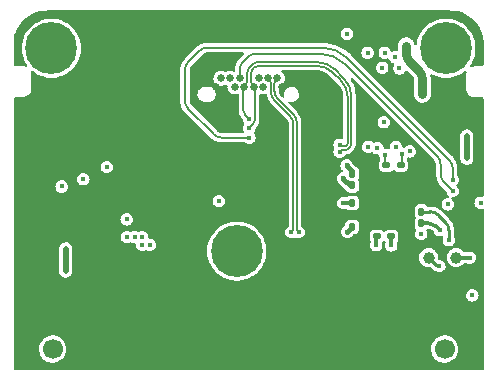
<source format=gbr>
G04 #@! TF.GenerationSoftware,KiCad,Pcbnew,(6.0.0)*
G04 #@! TF.CreationDate,2022-02-21T16:37:31+08:00*
G04 #@! TF.ProjectId,USB3G2_SATA3_Bridge(JMS580),55534233-4732-45f5-9341-5441335f4272,rev?*
G04 #@! TF.SameCoordinates,Original*
G04 #@! TF.FileFunction,Copper,L4,Bot*
G04 #@! TF.FilePolarity,Positive*
%FSLAX46Y46*%
G04 Gerber Fmt 4.6, Leading zero omitted, Abs format (unit mm)*
G04 Created by KiCad (PCBNEW (6.0.0)) date 2022-02-21 16:37:31*
%MOMM*%
%LPD*%
G01*
G04 APERTURE LIST*
G04 Aperture macros list*
%AMRoundRect*
0 Rectangle with rounded corners*
0 $1 Rounding radius*
0 $2 $3 $4 $5 $6 $7 $8 $9 X,Y pos of 4 corners*
0 Add a 4 corners polygon primitive as box body*
4,1,4,$2,$3,$4,$5,$6,$7,$8,$9,$2,$3,0*
0 Add four circle primitives for the rounded corners*
1,1,$1+$1,$2,$3*
1,1,$1+$1,$4,$5*
1,1,$1+$1,$6,$7*
1,1,$1+$1,$8,$9*
0 Add four rect primitives between the rounded corners*
20,1,$1+$1,$2,$3,$4,$5,0*
20,1,$1+$1,$4,$5,$6,$7,0*
20,1,$1+$1,$6,$7,$8,$9,0*
20,1,$1+$1,$8,$9,$2,$3,0*%
G04 Aperture macros list end*
G04 #@! TA.AperFunction,ComponentPad*
%ADD10C,0.650000*%
G04 #@! TD*
G04 #@! TA.AperFunction,ComponentPad*
%ADD11O,0.800000X1.400000*%
G04 #@! TD*
G04 #@! TA.AperFunction,ComponentPad*
%ADD12C,0.700000*%
G04 #@! TD*
G04 #@! TA.AperFunction,ComponentPad*
%ADD13C,4.400000*%
G04 #@! TD*
G04 #@! TA.AperFunction,WasherPad*
%ADD14C,1.700000*%
G04 #@! TD*
G04 #@! TA.AperFunction,ComponentPad*
%ADD15O,1.400000X2.400000*%
G04 #@! TD*
G04 #@! TA.AperFunction,SMDPad,CuDef*
%ADD16C,1.000000*%
G04 #@! TD*
G04 #@! TA.AperFunction,SMDPad,CuDef*
%ADD17RoundRect,0.140000X-0.140000X-0.170000X0.140000X-0.170000X0.140000X0.170000X-0.140000X0.170000X0*%
G04 #@! TD*
G04 #@! TA.AperFunction,SMDPad,CuDef*
%ADD18RoundRect,0.140000X-0.170000X0.140000X-0.170000X-0.140000X0.170000X-0.140000X0.170000X0.140000X0*%
G04 #@! TD*
G04 #@! TA.AperFunction,SMDPad,CuDef*
%ADD19RoundRect,0.140000X0.170000X-0.140000X0.170000X0.140000X-0.170000X0.140000X-0.170000X-0.140000X0*%
G04 #@! TD*
G04 #@! TA.AperFunction,SMDPad,CuDef*
%ADD20RoundRect,0.140000X0.140000X0.170000X-0.140000X0.170000X-0.140000X-0.170000X0.140000X-0.170000X0*%
G04 #@! TD*
G04 #@! TA.AperFunction,ViaPad*
%ADD21C,0.450000*%
G04 #@! TD*
G04 #@! TA.AperFunction,Conductor*
%ADD22C,0.300000*%
G04 #@! TD*
G04 #@! TA.AperFunction,Conductor*
%ADD23C,0.800000*%
G04 #@! TD*
G04 #@! TA.AperFunction,Conductor*
%ADD24C,0.400000*%
G04 #@! TD*
G04 #@! TA.AperFunction,Conductor*
%ADD25C,0.200000*%
G04 #@! TD*
G04 #@! TA.AperFunction,Conductor*
%ADD26C,0.250000*%
G04 #@! TD*
G04 #@! TA.AperFunction,Conductor*
%ADD27C,0.500000*%
G04 #@! TD*
G04 #@! TA.AperFunction,Conductor*
%ADD28C,0.150000*%
G04 #@! TD*
G04 APERTURE END LIST*
D10*
G04 #@! TO.P,J2,B1,GND*
G04 #@! TO.N,GND*
X130534999Y-69395000D03*
G04 #@! TO.P,J2,B2,TX2+*
G04 #@! TO.N,/SS_TX1X+*
X130934999Y-68695000D03*
G04 #@! TO.P,J2,B3,TX2-*
G04 #@! TO.N,/SS_TX1X-*
X131734999Y-68695000D03*
G04 #@! TO.P,J2,B4,VBUS*
G04 #@! TO.N,VBUS*
X132134999Y-69395000D03*
G04 #@! TO.P,J2,B5,CC2*
G04 #@! TO.N,CC2*
X132534999Y-68695000D03*
G04 #@! TO.P,J2,B6,D+*
G04 #@! TO.N,D+*
X132934999Y-69395000D03*
G04 #@! TO.P,J2,B7,D-*
G04 #@! TO.N,D-*
X133734999Y-69395000D03*
G04 #@! TO.P,J2,B8,SBU2*
G04 #@! TO.N,unconnected-(J2-PadB8)*
X134134999Y-68695000D03*
G04 #@! TO.P,J2,B9,VBUS*
G04 #@! TO.N,VBUS*
X134534999Y-69395000D03*
G04 #@! TO.P,J2,B10,RX1-*
G04 #@! TO.N,SS_RX2-*
X134934999Y-68695000D03*
G04 #@! TO.P,J2,B11,RX1+*
G04 #@! TO.N,SS_RX2+*
X135734999Y-68695000D03*
G04 #@! TO.P,J2,B12,GND*
G04 #@! TO.N,GND*
X136134999Y-69395000D03*
D11*
G04 #@! TO.P,J2,S1,SHIELD*
X137824999Y-64405000D03*
X128844999Y-64405000D03*
X137464999Y-68795000D03*
X129204999Y-68795000D03*
G04 #@! TD*
D12*
G04 #@! TO.P,H2,1*
G04 #@! TO.N,N/C*
X116600000Y-64500000D03*
X116600000Y-67800000D03*
X118250000Y-66150000D03*
X115433274Y-64983274D03*
X117766726Y-67316726D03*
X117766726Y-64983274D03*
X115433274Y-67316726D03*
X114950000Y-66150000D03*
D13*
X116600000Y-66150000D03*
G04 #@! TD*
D12*
G04 #@! TO.P,H3,1*
G04 #@! TO.N,N/C*
X131133274Y-82163274D03*
X133950000Y-83330000D03*
X133466726Y-84496726D03*
X132300000Y-81680000D03*
X130650000Y-83330000D03*
X131133274Y-84496726D03*
X132300000Y-84980000D03*
X133466726Y-82163274D03*
D13*
X132300000Y-83330000D03*
G04 #@! TD*
D12*
G04 #@! TO.P,H1,1*
G04 #@! TO.N,N/C*
X150000000Y-67800000D03*
X148833274Y-67316726D03*
X148350000Y-66150000D03*
X148833274Y-64983274D03*
X151650000Y-66150000D03*
X151166726Y-67316726D03*
X151166726Y-64983274D03*
D13*
X150000000Y-66150000D03*
D12*
X150000000Y-64500000D03*
G04 #@! TD*
D14*
G04 #@! TO.P,J1,*
G04 #@! TO.N,*
X116709200Y-91611400D03*
X149899200Y-91611400D03*
D15*
G04 #@! TO.P,J1,Mt1,GND*
G04 #@! TO.N,GND*
X152014200Y-90851400D03*
G04 #@! TO.P,J1,Mt2,GND*
X114594200Y-90851400D03*
G04 #@! TD*
D16*
G04 #@! TO.P,TP1,1,1*
G04 #@! TO.N,GPIO9*
X150870000Y-83870000D03*
G04 #@! TD*
D17*
G04 #@! TO.P,C29,1*
G04 #@! TO.N,1V0*
X142070000Y-81270000D03*
G04 #@! TO.P,C29,2*
G04 #@! TO.N,GND*
X143030000Y-81270000D03*
G04 #@! TD*
G04 #@! TO.P,C2,1*
G04 #@! TO.N,3V3*
X142080000Y-76770000D03*
G04 #@! TO.P,C2,2*
G04 #@! TO.N,GND*
X143040000Y-76770000D03*
G04 #@! TD*
D18*
G04 #@! TO.P,C20,1*
G04 #@! TO.N,3V3*
X144970000Y-76060000D03*
G04 #@! TO.P,C20,2*
G04 #@! TO.N,GND*
X144970000Y-77020000D03*
G04 #@! TD*
D16*
G04 #@! TO.P,TP2,1,1*
G04 #@! TO.N,GPIO8*
X148530000Y-83870000D03*
G04 #@! TD*
D19*
G04 #@! TO.P,C25,1*
G04 #@! TO.N,1V0*
X144164999Y-82080000D03*
G04 #@! TO.P,C25,2*
G04 #@! TO.N,GND*
X144164999Y-81120000D03*
G04 #@! TD*
D20*
G04 #@! TO.P,C23,1*
G04 #@! TO.N,1V0*
X147930000Y-79979999D03*
G04 #@! TO.P,C23,2*
G04 #@! TO.N,GND*
X146970000Y-79979999D03*
G04 #@! TD*
G04 #@! TO.P,C21,1*
G04 #@! TO.N,3V3*
X147930000Y-80960000D03*
G04 #@! TO.P,C21,2*
G04 #@! TO.N,GND*
X146970000Y-80960000D03*
G04 #@! TD*
D19*
G04 #@! TO.P,C26,1*
G04 #@! TO.N,1V0*
X145370000Y-82080000D03*
G04 #@! TO.P,C26,2*
G04 #@! TO.N,GND*
X145370000Y-81120000D03*
G04 #@! TD*
D18*
G04 #@! TO.P,C22,1*
G04 #@! TO.N,1V0*
X146170000Y-76060000D03*
G04 #@! TO.P,C22,2*
G04 #@! TO.N,GND*
X146170000Y-77020000D03*
G04 #@! TD*
D17*
G04 #@! TO.P,C27,1*
G04 #@! TO.N,1V0*
X142080000Y-77763000D03*
G04 #@! TO.P,C27,2*
G04 #@! TO.N,GND*
X143040000Y-77763000D03*
G04 #@! TD*
G04 #@! TO.P,C28,1*
G04 #@! TO.N,1V0*
X142080000Y-79250000D03*
G04 #@! TO.P,C28,2*
G04 #@! TO.N,GND*
X143040000Y-79250000D03*
G04 #@! TD*
D21*
G04 #@! TO.N,GND*
X151010001Y-69070000D03*
X115420000Y-70000000D03*
X115420000Y-68990000D03*
X114000000Y-85000000D03*
X135000000Y-63500000D03*
X145000000Y-63500000D03*
X123000000Y-63500000D03*
X146164999Y-78050000D03*
X114000000Y-88000000D03*
X148340000Y-93000000D03*
X114000000Y-80000000D03*
X150500001Y-70000000D03*
X136340000Y-93000000D03*
X150254998Y-87050000D03*
X137340000Y-93000000D03*
X133000000Y-63500000D03*
X143340000Y-93000000D03*
X143999999Y-63500000D03*
X139340000Y-93000000D03*
X135340000Y-93000000D03*
X145164999Y-80050000D03*
X152950000Y-77270000D03*
X146000000Y-63500000D03*
X146340000Y-93000000D03*
X145370000Y-86380000D03*
X152340000Y-93000000D03*
X151340000Y-93000000D03*
X143000000Y-63500000D03*
X144340000Y-93000000D03*
X120890000Y-80550000D03*
X144164999Y-79050000D03*
X149500000Y-70000000D03*
X146164999Y-79050000D03*
X129340000Y-93000000D03*
X132340000Y-93000000D03*
X150340000Y-93000000D03*
X136280000Y-82480000D03*
X119000000Y-63500000D03*
X114000000Y-77000000D03*
X145370000Y-85460000D03*
X149184999Y-87050000D03*
X131340000Y-93000000D03*
X115340000Y-93000000D03*
X152980000Y-80210000D03*
X114340000Y-93000000D03*
X125340000Y-93000000D03*
X121000000Y-63500000D03*
X121290000Y-78100000D03*
X148000001Y-63500000D03*
X128340000Y-93000000D03*
X127000000Y-63500000D03*
X147000000Y-63500000D03*
X123340000Y-93000000D03*
X119340000Y-93000000D03*
X114000000Y-87000000D03*
X142000000Y-63500000D03*
X126000000Y-63500000D03*
X114000000Y-78000000D03*
X130340000Y-93000000D03*
X125000000Y-63500000D03*
X141560000Y-85460000D03*
X114000000Y-74000000D03*
X146164999Y-80050000D03*
X133340000Y-93000000D03*
X122000000Y-63500000D03*
X114000000Y-82000000D03*
X118340000Y-93000000D03*
X138340000Y-93000000D03*
X144164999Y-80050000D03*
X114000000Y-89000000D03*
X122340000Y-93000000D03*
X141340000Y-93000000D03*
X131000000Y-63500000D03*
X114000000Y-73000000D03*
X138170000Y-82480000D03*
X127340000Y-93000000D03*
X114000000Y-84000000D03*
X145164999Y-78050000D03*
X135999999Y-63500000D03*
X139000000Y-63500000D03*
X116850000Y-79610000D03*
X147340000Y-93000000D03*
X134000000Y-63500000D03*
X132000001Y-63500000D03*
X152950000Y-78220000D03*
X144164999Y-78050000D03*
X149340000Y-93000000D03*
X151500000Y-70000000D03*
X114000000Y-71000000D03*
X134340000Y-93000000D03*
X126340000Y-93000000D03*
X152970000Y-82240000D03*
X151254998Y-87050000D03*
X141000000Y-63500000D03*
X152980000Y-81240000D03*
X114000000Y-72000000D03*
X114000000Y-83000000D03*
X117340000Y-93000000D03*
X119999999Y-63500000D03*
X145340000Y-93000000D03*
X114000000Y-75000000D03*
X121340000Y-93000000D03*
X124340000Y-93000000D03*
X145164999Y-79050000D03*
X114000000Y-79000000D03*
X142340000Y-93000000D03*
X114000000Y-86000000D03*
X140340000Y-93000000D03*
X114000000Y-81000000D03*
X140000001Y-63500000D03*
X116340000Y-93000000D03*
X114000000Y-76000000D03*
X141560000Y-86380000D03*
X124000001Y-63500000D03*
X127999999Y-63500000D03*
X120340000Y-93000000D03*
X116830000Y-80850000D03*
G04 #@! TO.N,VBUS*
X123635000Y-82130000D03*
X148010000Y-70060000D03*
X124290000Y-82790000D03*
X122980000Y-82130000D03*
X146640000Y-65914952D03*
X124920000Y-82790000D03*
X141630000Y-64930000D03*
X148010000Y-69500000D03*
X117460000Y-77850000D03*
X124290000Y-82130000D03*
X146640000Y-66430000D03*
G04 #@! TO.N,3V3*
X141600000Y-76070000D03*
X152240000Y-87060000D03*
X119300000Y-77225000D03*
X144600000Y-67790000D03*
X144750000Y-72400000D03*
X152950000Y-79220000D03*
X149490000Y-81550000D03*
X144860000Y-75170000D03*
G04 #@! TO.N,1V0*
X151784999Y-75460000D03*
X141660000Y-81680000D03*
X151784999Y-73570000D03*
X151784999Y-74200000D03*
X144100000Y-82820000D03*
X141300000Y-77160000D03*
X117809999Y-83120000D03*
X117809999Y-85010000D03*
X151784999Y-74830000D03*
X122975000Y-80625000D03*
X150250000Y-82400000D03*
X146280000Y-75080000D03*
X117809999Y-83750000D03*
X141304999Y-79250000D03*
X117809999Y-84380000D03*
X145360000Y-82840000D03*
G04 #@! TO.N,CC1*
X133360000Y-73710000D03*
X150574999Y-77280000D03*
G04 #@! TO.N,CC2*
X150574999Y-78230000D03*
G04 #@! TO.N,Net-(C30-Pad2)*
X143370000Y-66519952D03*
X143420000Y-74500000D03*
G04 #@! TO.N,D+*
X133340000Y-72140000D03*
X141003210Y-74902698D03*
G04 #@! TO.N,D-*
X141003210Y-74302698D03*
X133340000Y-72900000D03*
G04 #@! TO.N,SS_RX2-*
X136924999Y-81709555D03*
G04 #@! TO.N,SS_RX2+*
X137524999Y-81709555D03*
G04 #@! TO.N,GPIO11*
X121292500Y-76200000D03*
X150170000Y-79360000D03*
G04 #@! TO.N,GPIO7*
X147910000Y-81860000D03*
X130780000Y-79080000D03*
G04 #@! TO.N,GPIO4*
X144830000Y-66530000D03*
X144200000Y-74600000D03*
G04 #@! TO.N,GPIO2*
X145770000Y-74500000D03*
X146070000Y-67850000D03*
G04 #@! TO.N,GPIO1*
X145690000Y-66900000D03*
X146930000Y-74870000D03*
G04 #@! TO.N,GPIO8*
X149445000Y-84585000D03*
G04 #@! TO.N,GPIO9*
X152030000Y-83870000D03*
G04 #@! TD*
D22*
G04 #@! TO.N,1V0*
X144100000Y-82144999D02*
X144164999Y-82080000D01*
X144100000Y-82820000D02*
X144100000Y-82144999D01*
D23*
G04 #@! TO.N,VBUS*
X146640000Y-66460000D02*
X146640000Y-66565786D01*
X146640000Y-65914952D02*
X146640000Y-66460000D01*
X148010000Y-68764214D02*
X148010000Y-70060000D01*
X146932893Y-67272893D02*
X147717107Y-68057107D01*
X148009999Y-68764214D02*
G75*
G03*
X147717106Y-68057108I-999993J3D01*
G01*
X146932893Y-67272893D02*
G75*
G02*
X146640000Y-66565786I707106J707106D01*
G01*
D24*
G04 #@! TO.N,3V3*
X141600000Y-76070000D02*
X141600000Y-76080000D01*
D22*
X149487364Y-81550000D02*
X149490000Y-81550000D01*
D24*
X141600000Y-76080000D02*
X142080000Y-76560000D01*
D25*
X144970000Y-76060000D02*
X144860000Y-75950000D01*
D22*
X147930000Y-80960000D02*
X148485786Y-80960000D01*
D24*
X142080000Y-76560000D02*
X142080000Y-76770000D01*
D22*
X149122061Y-81184697D02*
X149487364Y-81550000D01*
D25*
X144860000Y-75950000D02*
X144860000Y-75170000D01*
D22*
X149122060Y-81184698D02*
G75*
G03*
X148485786Y-80960001I-640784J-801291D01*
G01*
G04 #@! TO.N,1V0*
X145370000Y-82080000D02*
X145370000Y-82830000D01*
D26*
X150250000Y-81564214D02*
X150250000Y-82400000D01*
X147930000Y-79979999D02*
X148665785Y-79979999D01*
D24*
X142080000Y-77763000D02*
X141863000Y-77763000D01*
D25*
X146280000Y-75950000D02*
X146280000Y-75080000D01*
D22*
X145370000Y-82830000D02*
X145360000Y-82840000D01*
D27*
X151784999Y-73570000D02*
X151784999Y-75460000D01*
D24*
X142070000Y-81270000D02*
X141660000Y-81680000D01*
D27*
X117809999Y-83120000D02*
X117809999Y-85010000D01*
D26*
X149372892Y-80272892D02*
X149957107Y-80857107D01*
D24*
X141300000Y-77200000D02*
X141300000Y-77160000D01*
X141863000Y-77763000D02*
X141300000Y-77200000D01*
D25*
X146170000Y-76060000D02*
X146280000Y-75950000D01*
D22*
X141304999Y-79250000D02*
X142080000Y-79250000D01*
D26*
X149957107Y-80857107D02*
G75*
G02*
X150250000Y-81564214I-707106J-707106D01*
G01*
X149372892Y-80272892D02*
G75*
G03*
X148665785Y-79979999I-707106J-707106D01*
G01*
D25*
G04 #@! TO.N,CC1*
X130327107Y-73417107D02*
X128192893Y-71282893D01*
X150574999Y-76309213D02*
X150574999Y-77280000D01*
X141650673Y-66970673D02*
X150282106Y-75602106D01*
X129824214Y-66090000D02*
X129826207Y-66091993D01*
X129826207Y-66091993D02*
X139529352Y-66091993D01*
X133360000Y-73710000D02*
X131034214Y-73710000D01*
X127900000Y-70575786D02*
X127900000Y-68014214D01*
X128192893Y-67307107D02*
X129117107Y-66382893D01*
X130327107Y-73417107D02*
G75*
G03*
X131034214Y-73710000I707106J707106D01*
G01*
X150574998Y-76309213D02*
G75*
G03*
X150282105Y-75602107I-999998J1D01*
G01*
X139529352Y-66091994D02*
G75*
G02*
X141650672Y-66970674I3J-2999993D01*
G01*
X129824214Y-66090001D02*
G75*
G03*
X129117108Y-66382894I-3J-999993D01*
G01*
X128192893Y-67307107D02*
G75*
G03*
X127900000Y-68014214I707101J-707104D01*
G01*
X127900001Y-70575786D02*
G75*
G03*
X128192894Y-71282892I999998J-1D01*
G01*
G04 #@! TO.N,CC2*
X132827892Y-67282108D02*
X133217107Y-66892893D01*
X149852893Y-77502893D02*
X150574999Y-78224999D01*
X141448680Y-67478680D02*
X149267107Y-75297107D01*
X132534999Y-68695000D02*
X132534999Y-67989215D01*
X133924214Y-66600000D02*
X139327359Y-66600000D01*
X150574999Y-78224999D02*
X150574999Y-78230000D01*
X149560000Y-76004214D02*
X149560000Y-76795786D01*
X149852893Y-77502893D02*
G75*
G02*
X149560000Y-76795786I707106J707106D01*
G01*
X132827892Y-67282108D02*
G75*
G03*
X132534999Y-67989215I707101J-707104D01*
G01*
X149559999Y-76004214D02*
G75*
G03*
X149267106Y-75297108I-999998J1D01*
G01*
X139327359Y-66600001D02*
G75*
G02*
X141448679Y-67478681I3J-2999993D01*
G01*
X133924214Y-66600001D02*
G75*
G03*
X133217108Y-66892894I-1J-999998D01*
G01*
D28*
G04 #@! TO.N,D+*
X132830000Y-69499999D02*
X132830000Y-71381472D01*
X133038551Y-69291448D02*
X132934999Y-69395000D01*
X141003210Y-74902698D02*
X141065341Y-74840567D01*
X139153707Y-67330000D02*
X134014973Y-67330000D01*
X133661419Y-67476447D02*
X133331444Y-67806422D01*
X141721618Y-74664831D02*
X141892132Y-74494317D01*
X133184998Y-68159975D02*
X133184998Y-68937894D01*
X133005736Y-71805736D02*
X133340000Y-72140000D01*
X132934999Y-69395000D02*
X132830000Y-69499999D01*
X141980000Y-74282185D02*
X141980000Y-70156293D01*
X141277473Y-74752699D02*
X141509486Y-74752699D01*
X141394213Y-68742079D02*
X140567920Y-67915786D01*
X133661419Y-67476447D02*
G75*
G02*
X134014973Y-67330000I353553J-353550D01*
G01*
X141721618Y-74664831D02*
G75*
G02*
X141509486Y-74752699I-212131J212130D01*
G01*
X133005736Y-71805736D02*
G75*
G02*
X132830000Y-71381472I424260J424263D01*
G01*
X139153707Y-67330001D02*
G75*
G02*
X140567919Y-67915787I0J-1999999D01*
G01*
X141892132Y-74494317D02*
G75*
G03*
X141980000Y-74282185I-212130J212131D01*
G01*
X133184998Y-68937894D02*
G75*
G02*
X133038551Y-69291448I-499997J-1D01*
G01*
X133184999Y-68159975D02*
G75*
G02*
X133331444Y-67806422I500001J0D01*
G01*
X141394213Y-68742079D02*
G75*
G02*
X141980000Y-70156293I-1414213J-1414214D01*
G01*
X141277473Y-74752700D02*
G75*
G03*
X141065342Y-74840568I-1J-299997D01*
G01*
G04 #@! TO.N,D-*
X141003210Y-74302698D02*
X141094631Y-74394119D01*
X141094702Y-68866836D02*
X140443163Y-68215297D01*
X141236052Y-74452697D02*
X141426641Y-74452697D01*
X133631447Y-69291448D02*
X133734999Y-69395000D01*
X133840000Y-72161472D02*
X133840000Y-69500001D01*
X139028950Y-67629511D02*
X134139730Y-67629511D01*
X133840000Y-69500001D02*
X133734999Y-69395000D01*
X141680489Y-74198849D02*
X141680489Y-70281050D01*
X133786176Y-67775958D02*
X133631446Y-67930688D01*
X133340000Y-72900000D02*
X133350000Y-72900000D01*
X133485000Y-68284241D02*
X133485000Y-68937894D01*
X133350000Y-72900000D02*
X133664264Y-72585736D01*
X141568063Y-74394118D02*
X141621911Y-74340270D01*
X139028950Y-67629512D02*
G75*
G02*
X140443162Y-68215298I0J-1999999D01*
G01*
X133840000Y-72161472D02*
G75*
G02*
X133664264Y-72585736I-599996J-1D01*
G01*
X141094631Y-74394119D02*
G75*
G03*
X141236052Y-74452697I141422J141425D01*
G01*
X141621911Y-74340270D02*
G75*
G03*
X141680489Y-74198849I-141425J141422D01*
G01*
X141680488Y-70281050D02*
G75*
G03*
X141094701Y-68866837I-1999999J0D01*
G01*
X133631447Y-69291448D02*
G75*
G02*
X133485000Y-68937894I353550J353553D01*
G01*
X133786176Y-67775958D02*
G75*
G02*
X134139730Y-67629511I353553J-353550D01*
G01*
X133631446Y-67930688D02*
G75*
G03*
X133485000Y-68284241I353556J-353553D01*
G01*
X141426641Y-74452696D02*
G75*
G03*
X141568062Y-74394117I1J199998D01*
G01*
G04 #@! TO.N,SS_RX2-*
X135184998Y-69857919D02*
X135184998Y-69069263D01*
X137074998Y-81405001D02*
X137074998Y-81559556D01*
X137074998Y-81559556D02*
X136924999Y-81709555D01*
X136782105Y-71869240D02*
X135477891Y-70565026D01*
X137074998Y-81405001D02*
X137074998Y-72576347D01*
X135097130Y-68857131D02*
X134934999Y-68695000D01*
X135184999Y-69857919D02*
G75*
G03*
X135477892Y-70565025I999993J-3D01*
G01*
X135097130Y-68857131D02*
G75*
G02*
X135184998Y-69069263I-212130J-212131D01*
G01*
X137074997Y-72576347D02*
G75*
G03*
X136782104Y-71869241I-999993J3D01*
G01*
G04 #@! TO.N,SS_RX2+*
X137375000Y-81405001D02*
X137375000Y-81559556D01*
X137375000Y-81405001D02*
X137375000Y-72452081D01*
X137082107Y-71744974D02*
X135777893Y-70440760D01*
X137375000Y-81559556D02*
X137524999Y-81709555D01*
X135572868Y-68857131D02*
X135734999Y-68695000D01*
X135485000Y-69733653D02*
X135485000Y-69069263D01*
X135777893Y-70440760D02*
G75*
G02*
X135485000Y-69733653I707106J707106D01*
G01*
X135572868Y-68857131D02*
G75*
G03*
X135485000Y-69069263I212130J-212131D01*
G01*
X137082107Y-71744974D02*
G75*
G02*
X137375000Y-72452081I-707106J-707106D01*
G01*
D22*
G04 #@! TO.N,GPIO8*
X149186421Y-84526421D02*
X148530000Y-83870000D01*
X149445000Y-84585000D02*
X149327843Y-84585000D01*
X149186421Y-84526421D02*
G75*
G03*
X149327843Y-84585000I141421J141420D01*
G01*
G04 #@! TO.N,GPIO9*
X152030000Y-83870000D02*
X150870000Y-83870000D01*
G04 #@! TD*
G04 #@! TA.AperFunction,Conductor*
G04 #@! TO.N,GND*
G36*
X150389966Y-62951101D02*
G01*
X150407684Y-62954225D01*
X150416281Y-62952709D01*
X150439034Y-62951360D01*
X150715281Y-62966900D01*
X150726331Y-62968147D01*
X151024566Y-63018906D01*
X151035406Y-63021385D01*
X151326059Y-63105267D01*
X151336553Y-63108946D01*
X151615961Y-63224894D01*
X151625970Y-63229722D01*
X151890632Y-63376287D01*
X151900028Y-63382202D01*
X152146584Y-63557524D01*
X152155258Y-63564458D01*
X152380584Y-63766313D01*
X152388434Y-63774183D01*
X152589715Y-64000051D01*
X152596621Y-64008740D01*
X152744382Y-64217691D01*
X152771286Y-64255736D01*
X152777187Y-64265160D01*
X152890462Y-64470976D01*
X152923055Y-64530197D01*
X152927860Y-64540222D01*
X152981722Y-64670981D01*
X153043083Y-64819943D01*
X153046734Y-64830448D01*
X153129855Y-65121316D01*
X153132303Y-65132147D01*
X153146160Y-65214871D01*
X153182283Y-65430524D01*
X153183501Y-65441577D01*
X153198319Y-65717857D01*
X153196913Y-65740600D01*
X153196899Y-65740676D01*
X153196899Y-65740682D01*
X153195373Y-65749205D01*
X153198541Y-65767449D01*
X153200000Y-65784386D01*
X153200000Y-67487712D01*
X153197801Y-67508463D01*
X153195577Y-67518838D01*
X153196686Y-67526832D01*
X153194374Y-67544334D01*
X153189382Y-67566032D01*
X153174323Y-67600152D01*
X153157677Y-67624218D01*
X153131061Y-67650347D01*
X153106689Y-67666548D01*
X153072303Y-67680973D01*
X153050518Y-67685565D01*
X153032976Y-67687556D01*
X153025000Y-67686299D01*
X153016500Y-67687958D01*
X153016499Y-67687958D01*
X153015070Y-67688237D01*
X153010939Y-67689043D01*
X152991977Y-67690876D01*
X152510785Y-67690876D01*
X152493594Y-67689372D01*
X152484407Y-67687752D01*
X152475877Y-67686248D01*
X152467348Y-67687752D01*
X152467068Y-67687752D01*
X152460828Y-67688608D01*
X152328792Y-67701612D01*
X152328791Y-67701612D01*
X152323950Y-67702089D01*
X152319296Y-67703501D01*
X152319295Y-67703501D01*
X152203466Y-67738637D01*
X152177861Y-67746404D01*
X152173569Y-67748698D01*
X152173562Y-67748701D01*
X152162558Y-67754583D01*
X152102325Y-67765339D01*
X152047274Y-67738637D01*
X152018432Y-67684676D01*
X152026815Y-67624068D01*
X152032302Y-67614226D01*
X152193870Y-67359636D01*
X152193879Y-67359619D01*
X152195537Y-67357007D01*
X152196854Y-67354207D01*
X152196859Y-67354199D01*
X152328176Y-67075135D01*
X152329503Y-67072315D01*
X152350983Y-67006206D01*
X152425773Y-66776029D01*
X152425775Y-66776021D01*
X152426731Y-66773079D01*
X152485688Y-66464015D01*
X152487138Y-66440976D01*
X152505249Y-66153099D01*
X152505444Y-66150000D01*
X152492593Y-65945733D01*
X152485884Y-65839094D01*
X152485883Y-65839088D01*
X152485688Y-65835985D01*
X152426731Y-65526921D01*
X152425775Y-65523979D01*
X152425773Y-65523971D01*
X152330465Y-65230646D01*
X152329503Y-65227685D01*
X152282055Y-65126852D01*
X152196859Y-64945801D01*
X152196854Y-64945793D01*
X152195537Y-64942993D01*
X152026947Y-64677337D01*
X152012468Y-64659834D01*
X151828371Y-64437301D01*
X151826390Y-64434906D01*
X151597030Y-64219522D01*
X151342484Y-64034584D01*
X151258691Y-63988518D01*
X151069488Y-63884502D01*
X151069482Y-63884499D01*
X151066766Y-63883006D01*
X150791352Y-63773962D01*
X150777115Y-63768325D01*
X150777112Y-63768324D01*
X150774225Y-63767181D01*
X150771222Y-63766410D01*
X150771216Y-63766408D01*
X150472480Y-63689706D01*
X150472479Y-63689706D01*
X150469473Y-63688934D01*
X150466392Y-63688545D01*
X150466388Y-63688544D01*
X150361279Y-63675266D01*
X150157318Y-63649500D01*
X149842682Y-63649500D01*
X149638721Y-63675266D01*
X149533612Y-63688544D01*
X149533608Y-63688545D01*
X149530527Y-63688934D01*
X149527521Y-63689706D01*
X149527520Y-63689706D01*
X149228784Y-63766408D01*
X149228778Y-63766410D01*
X149225775Y-63767181D01*
X149222888Y-63768324D01*
X149222885Y-63768325D01*
X149208648Y-63773962D01*
X148933234Y-63883006D01*
X148930518Y-63884499D01*
X148930512Y-63884502D01*
X148741309Y-63988518D01*
X148657516Y-64034584D01*
X148402970Y-64219522D01*
X148173610Y-64434906D01*
X148171629Y-64437301D01*
X147987533Y-64659834D01*
X147973053Y-64677337D01*
X147804463Y-64942993D01*
X147803146Y-64945793D01*
X147803141Y-64945801D01*
X147717945Y-65126852D01*
X147670497Y-65227685D01*
X147669535Y-65230646D01*
X147574227Y-65523971D01*
X147574225Y-65523979D01*
X147573269Y-65526921D01*
X147527386Y-65767449D01*
X147524408Y-65783061D01*
X147494932Y-65836678D01*
X147439570Y-65862729D01*
X147379468Y-65851264D01*
X147337584Y-65806662D01*
X147328879Y-65776404D01*
X147325993Y-65752555D01*
X147325993Y-65752553D01*
X147325276Y-65746632D01*
X147265345Y-65588029D01*
X147223347Y-65526921D01*
X147172692Y-65453219D01*
X147169312Y-65448301D01*
X147042721Y-65335512D01*
X146892881Y-65256176D01*
X146791243Y-65230646D01*
X146734231Y-65216325D01*
X146734228Y-65216325D01*
X146728441Y-65214871D01*
X146642841Y-65214423D01*
X146564861Y-65214014D01*
X146564859Y-65214014D01*
X146558895Y-65213983D01*
X146553099Y-65215375D01*
X146553095Y-65215375D01*
X146445703Y-65241159D01*
X146394032Y-65253564D01*
X146318701Y-65292445D01*
X146248675Y-65328588D01*
X146248673Y-65328590D01*
X146243369Y-65331327D01*
X146115604Y-65442783D01*
X146018113Y-65581499D01*
X146015945Y-65587060D01*
X145972249Y-65699134D01*
X145956524Y-65739465D01*
X145955745Y-65745380D01*
X145955745Y-65745381D01*
X145944221Y-65832919D01*
X145939500Y-65868778D01*
X145939500Y-66289979D01*
X145920593Y-66348170D01*
X145871093Y-66384134D01*
X145827546Y-66385266D01*
X145827183Y-66388026D01*
X145787253Y-66382769D01*
X145690000Y-66369965D01*
X145665178Y-66373233D01*
X145559248Y-66387179D01*
X145559246Y-66387180D01*
X145552817Y-66388026D01*
X145462621Y-66425386D01*
X145401625Y-66430187D01*
X145349456Y-66398217D01*
X145333272Y-66371808D01*
X145323481Y-66348170D01*
X145289024Y-66264983D01*
X145204791Y-66155209D01*
X145095018Y-66070976D01*
X144967183Y-66018026D01*
X144960754Y-66017180D01*
X144960752Y-66017179D01*
X144836433Y-66000812D01*
X144830000Y-65999965D01*
X144823567Y-66000812D01*
X144699248Y-66017179D01*
X144699246Y-66017180D01*
X144692817Y-66018026D01*
X144653592Y-66034273D01*
X144570981Y-66068491D01*
X144570977Y-66068493D01*
X144564983Y-66070976D01*
X144455209Y-66155209D01*
X144370976Y-66264983D01*
X144368493Y-66270977D01*
X144368491Y-66270981D01*
X144360622Y-66289979D01*
X144318026Y-66392817D01*
X144317180Y-66399246D01*
X144317179Y-66399248D01*
X144309346Y-66458744D01*
X144299965Y-66530000D01*
X144300812Y-66536433D01*
X144312089Y-66622086D01*
X144318026Y-66667183D01*
X144321470Y-66675497D01*
X144368491Y-66789019D01*
X144368493Y-66789023D01*
X144370976Y-66795017D01*
X144455209Y-66904791D01*
X144564982Y-66989024D01*
X144692817Y-67041974D01*
X144699246Y-67042820D01*
X144699248Y-67042821D01*
X144823567Y-67059188D01*
X144830000Y-67060035D01*
X144836433Y-67059188D01*
X144960752Y-67042821D01*
X144960754Y-67042820D01*
X144967183Y-67041974D01*
X145057380Y-67004614D01*
X145118377Y-66999814D01*
X145170546Y-67031783D01*
X145186728Y-67058191D01*
X145230976Y-67165017D01*
X145315209Y-67274791D01*
X145424982Y-67359024D01*
X145552817Y-67411974D01*
X145559249Y-67412821D01*
X145565519Y-67414501D01*
X145564958Y-67416596D01*
X145611426Y-67438755D01*
X145640626Y-67492523D01*
X145632645Y-67553186D01*
X145621828Y-67570838D01*
X145614931Y-67579826D01*
X145614925Y-67579837D01*
X145610976Y-67584983D01*
X145608493Y-67590977D01*
X145608491Y-67590981D01*
X145582330Y-67654142D01*
X145558026Y-67712817D01*
X145557180Y-67719246D01*
X145557179Y-67719248D01*
X145551111Y-67765339D01*
X145539965Y-67850000D01*
X145540812Y-67856433D01*
X145554880Y-67963284D01*
X145558026Y-67987183D01*
X145567702Y-68010544D01*
X145608491Y-68109019D01*
X145608492Y-68109021D01*
X145610976Y-68115017D01*
X145695209Y-68224791D01*
X145804982Y-68309024D01*
X145932817Y-68361974D01*
X145939246Y-68362820D01*
X145939248Y-68362821D01*
X146063567Y-68379188D01*
X146070000Y-68380035D01*
X146076433Y-68379188D01*
X146200752Y-68362821D01*
X146200754Y-68362820D01*
X146207183Y-68361974D01*
X146335018Y-68309024D01*
X146444791Y-68224791D01*
X146529024Y-68115017D01*
X146547110Y-68071353D01*
X146586847Y-68024827D01*
X146646342Y-68010544D01*
X146702870Y-68033959D01*
X146708578Y-68039235D01*
X147184542Y-68515199D01*
X147193080Y-68524935D01*
X147209314Y-68546092D01*
X147209316Y-68546094D01*
X147212944Y-68550822D01*
X147217597Y-68554549D01*
X147217598Y-68554551D01*
X147223310Y-68559127D01*
X147239952Y-68576122D01*
X147261440Y-68604126D01*
X147274362Y-68626507D01*
X147294306Y-68674656D01*
X147300995Y-68699618D01*
X147304759Y-68728205D01*
X147304759Y-68744933D01*
X147305236Y-68744938D01*
X147305173Y-68750902D01*
X147304394Y-68756823D01*
X147305049Y-68762756D01*
X147305049Y-68762760D01*
X147308902Y-68797656D01*
X147309500Y-68808520D01*
X147309500Y-70102516D01*
X147312274Y-70125443D01*
X147323626Y-70219245D01*
X147324724Y-70228320D01*
X147384655Y-70386923D01*
X147388035Y-70391840D01*
X147388036Y-70391843D01*
X147461534Y-70498782D01*
X147480688Y-70526651D01*
X147607279Y-70639440D01*
X147757119Y-70718776D01*
X147839339Y-70739429D01*
X147915769Y-70758627D01*
X147915772Y-70758627D01*
X147921559Y-70760081D01*
X148007159Y-70760529D01*
X148085139Y-70760938D01*
X148085141Y-70760938D01*
X148091105Y-70760969D01*
X148096901Y-70759577D01*
X148096905Y-70759577D01*
X148204297Y-70733793D01*
X148255968Y-70721388D01*
X148354562Y-70670500D01*
X148401325Y-70646364D01*
X148401327Y-70646362D01*
X148406631Y-70643625D01*
X148534396Y-70532169D01*
X148551205Y-70508253D01*
X148628456Y-70398335D01*
X148628456Y-70398334D01*
X148631887Y-70393453D01*
X148670418Y-70294628D01*
X148691308Y-70241048D01*
X148691308Y-70241047D01*
X148693476Y-70235487D01*
X148698986Y-70193638D01*
X148710077Y-70109387D01*
X148710500Y-70106174D01*
X148710500Y-68821062D01*
X148711488Y-68807113D01*
X148715034Y-68782200D01*
X148715034Y-68782196D01*
X148715490Y-68778994D01*
X148715645Y-68764216D01*
X148712706Y-68739928D01*
X148712201Y-68734510D01*
X148699781Y-68545007D01*
X148699780Y-68545001D01*
X148699569Y-68541779D01*
X148684477Y-68465906D01*
X148691669Y-68405146D01*
X148733201Y-68360216D01*
X148793211Y-68348279D01*
X148829268Y-68359839D01*
X148930505Y-68415494D01*
X148930509Y-68415496D01*
X148933234Y-68416994D01*
X148936122Y-68418137D01*
X148936121Y-68418137D01*
X149222885Y-68531675D01*
X149222888Y-68531676D01*
X149225775Y-68532819D01*
X149228778Y-68533590D01*
X149228784Y-68533592D01*
X149503497Y-68604126D01*
X149530527Y-68611066D01*
X149533608Y-68611455D01*
X149533612Y-68611456D01*
X149638721Y-68624734D01*
X149842682Y-68650500D01*
X150157318Y-68650500D01*
X150361279Y-68624734D01*
X150466388Y-68611456D01*
X150466392Y-68611455D01*
X150469473Y-68611066D01*
X150496503Y-68604126D01*
X150771216Y-68533592D01*
X150771222Y-68533590D01*
X150774225Y-68532819D01*
X150777112Y-68531676D01*
X150777115Y-68531675D01*
X151063879Y-68418137D01*
X151063878Y-68418137D01*
X151066766Y-68416994D01*
X151069482Y-68415501D01*
X151069488Y-68415498D01*
X151268673Y-68305994D01*
X151342484Y-68265416D01*
X151596953Y-68080534D01*
X151655144Y-68061627D01*
X151713335Y-68080534D01*
X151749299Y-68130034D01*
X151749881Y-68189365D01*
X151714782Y-68305073D01*
X151712089Y-68313950D01*
X151711612Y-68318793D01*
X151703972Y-68396363D01*
X151702813Y-68403166D01*
X151701541Y-68406346D01*
X151700920Y-68412619D01*
X151700918Y-68415035D01*
X151700918Y-68415036D01*
X151700912Y-68422658D01*
X151700435Y-68432284D01*
X151698608Y-68450832D01*
X151697752Y-68457073D01*
X151697752Y-68457348D01*
X151696248Y-68465877D01*
X151699344Y-68483433D01*
X151700847Y-68500699D01*
X151700560Y-68844490D01*
X151700029Y-69480008D01*
X151698525Y-69497115D01*
X151696876Y-69506468D01*
X151695372Y-69514999D01*
X151696876Y-69523528D01*
X151696876Y-69523808D01*
X151697732Y-69530048D01*
X151710396Y-69658628D01*
X151711213Y-69666926D01*
X151712625Y-69671580D01*
X151712625Y-69671581D01*
X151749690Y-69793768D01*
X151755528Y-69813015D01*
X151757822Y-69817307D01*
X151757823Y-69817309D01*
X151816381Y-69926862D01*
X151827493Y-69947650D01*
X151830578Y-69951410D01*
X151830580Y-69951412D01*
X151907672Y-70045350D01*
X151924340Y-70065660D01*
X151928110Y-70068754D01*
X152028653Y-70151266D01*
X152042350Y-70162507D01*
X152046638Y-70164799D01*
X152165476Y-70228320D01*
X152176985Y-70234472D01*
X152323074Y-70278787D01*
X152327917Y-70279264D01*
X152405587Y-70286914D01*
X152412450Y-70288081D01*
X152415720Y-70289385D01*
X152421993Y-70290000D01*
X152432066Y-70290000D01*
X152441768Y-70290477D01*
X152447780Y-70291069D01*
X152459953Y-70292268D01*
X152466192Y-70293124D01*
X152466472Y-70293124D01*
X152475001Y-70294628D01*
X152485278Y-70292816D01*
X152492718Y-70291504D01*
X152509909Y-70290000D01*
X152981483Y-70290000D01*
X152995991Y-70291069D01*
X153019238Y-70294513D01*
X153026634Y-70292998D01*
X153044396Y-70294288D01*
X153068208Y-70298433D01*
X153104808Y-70312718D01*
X153129857Y-70328840D01*
X153158020Y-70356241D01*
X153174823Y-70380837D01*
X153190108Y-70417033D01*
X153194906Y-70440726D01*
X153196682Y-70458445D01*
X153195372Y-70465876D01*
X153196876Y-70474406D01*
X153198496Y-70483593D01*
X153200000Y-70500784D01*
X153200000Y-78610113D01*
X153181093Y-78668304D01*
X153131593Y-78704268D01*
X153087526Y-78705418D01*
X153087183Y-78708026D01*
X152956433Y-78690812D01*
X152950000Y-78689965D01*
X152943567Y-78690812D01*
X152819248Y-78707179D01*
X152819246Y-78707180D01*
X152812817Y-78708026D01*
X152781949Y-78720812D01*
X152690981Y-78758491D01*
X152690977Y-78758493D01*
X152684983Y-78760976D01*
X152575209Y-78845209D01*
X152490976Y-78954983D01*
X152488493Y-78960977D01*
X152488491Y-78960981D01*
X152471280Y-79002534D01*
X152438026Y-79082817D01*
X152437180Y-79089246D01*
X152437179Y-79089248D01*
X152423233Y-79195178D01*
X152419965Y-79220000D01*
X152420812Y-79226433D01*
X152435635Y-79339019D01*
X152438026Y-79357183D01*
X152450452Y-79387183D01*
X152488491Y-79479019D01*
X152488493Y-79479023D01*
X152490976Y-79485017D01*
X152575209Y-79594791D01*
X152684982Y-79679024D01*
X152812817Y-79731974D01*
X152819246Y-79732820D01*
X152819248Y-79732821D01*
X152943567Y-79749188D01*
X152950000Y-79750035D01*
X152956433Y-79749188D01*
X153087183Y-79731974D01*
X153087569Y-79734903D01*
X153136461Y-79737456D01*
X153184018Y-79775952D01*
X153200000Y-79829887D01*
X153200000Y-93301000D01*
X153181093Y-93359191D01*
X153131593Y-93395155D01*
X153101000Y-93400000D01*
X113499000Y-93400000D01*
X113440809Y-93381093D01*
X113404845Y-93331593D01*
X113400000Y-93301000D01*
X113400000Y-91581154D01*
X115554167Y-91581154D01*
X115567996Y-91792149D01*
X115569112Y-91796542D01*
X115569112Y-91796544D01*
X115591687Y-91885432D01*
X115620045Y-91997090D01*
X115621947Y-92001215D01*
X115621947Y-92001216D01*
X115660718Y-92085316D01*
X115708569Y-92189114D01*
X115830605Y-92361791D01*
X115982065Y-92509337D01*
X115985838Y-92511858D01*
X116154099Y-92624287D01*
X116154102Y-92624289D01*
X116157877Y-92626811D01*
X116254672Y-92668397D01*
X116347974Y-92708483D01*
X116347978Y-92708484D01*
X116352153Y-92710278D01*
X116356587Y-92711281D01*
X116356586Y-92711281D01*
X116553960Y-92755943D01*
X116553965Y-92755944D01*
X116558386Y-92756944D01*
X116664028Y-92761095D01*
X116765137Y-92765068D01*
X116765138Y-92765068D01*
X116769670Y-92765246D01*
X116978930Y-92734904D01*
X116983229Y-92733445D01*
X116983232Y-92733444D01*
X117174854Y-92668397D01*
X117179155Y-92666937D01*
X117363642Y-92563619D01*
X117526212Y-92428412D01*
X117661419Y-92265842D01*
X117764737Y-92081355D01*
X117766197Y-92077054D01*
X117831244Y-91885432D01*
X117831245Y-91885429D01*
X117832704Y-91881130D01*
X117863046Y-91671870D01*
X117864629Y-91611400D01*
X117861850Y-91581154D01*
X148744167Y-91581154D01*
X148757996Y-91792149D01*
X148759112Y-91796542D01*
X148759112Y-91796544D01*
X148781687Y-91885432D01*
X148810045Y-91997090D01*
X148811947Y-92001215D01*
X148811947Y-92001216D01*
X148850718Y-92085316D01*
X148898569Y-92189114D01*
X149020605Y-92361791D01*
X149172065Y-92509337D01*
X149175838Y-92511858D01*
X149344099Y-92624287D01*
X149344102Y-92624289D01*
X149347877Y-92626811D01*
X149444672Y-92668397D01*
X149537974Y-92708483D01*
X149537978Y-92708484D01*
X149542153Y-92710278D01*
X149546587Y-92711281D01*
X149546586Y-92711281D01*
X149743960Y-92755943D01*
X149743965Y-92755944D01*
X149748386Y-92756944D01*
X149854028Y-92761095D01*
X149955137Y-92765068D01*
X149955138Y-92765068D01*
X149959670Y-92765246D01*
X150168930Y-92734904D01*
X150173229Y-92733445D01*
X150173232Y-92733444D01*
X150364854Y-92668397D01*
X150369155Y-92666937D01*
X150553642Y-92563619D01*
X150716212Y-92428412D01*
X150851419Y-92265842D01*
X150954737Y-92081355D01*
X150956197Y-92077054D01*
X151021244Y-91885432D01*
X151021245Y-91885429D01*
X151022704Y-91881130D01*
X151053046Y-91671870D01*
X151054629Y-91611400D01*
X151035281Y-91400840D01*
X150977886Y-91197331D01*
X150884365Y-91007690D01*
X150757851Y-90838267D01*
X150602581Y-90694737D01*
X150423754Y-90581905D01*
X150227360Y-90503552D01*
X150019975Y-90462301D01*
X149915799Y-90460937D01*
X149813086Y-90459592D01*
X149813081Y-90459592D01*
X149808546Y-90459533D01*
X149804073Y-90460302D01*
X149804068Y-90460302D01*
X149700801Y-90478047D01*
X149600153Y-90495341D01*
X149401775Y-90568527D01*
X149397876Y-90570846D01*
X149397871Y-90570849D01*
X149223962Y-90674314D01*
X149220056Y-90676638D01*
X149216641Y-90679633D01*
X149216638Y-90679635D01*
X149202177Y-90692317D01*
X149061081Y-90816055D01*
X148930176Y-90982108D01*
X148831723Y-91169236D01*
X148769020Y-91371173D01*
X148744167Y-91581154D01*
X117861850Y-91581154D01*
X117845281Y-91400840D01*
X117787886Y-91197331D01*
X117694365Y-91007690D01*
X117567851Y-90838267D01*
X117412581Y-90694737D01*
X117233754Y-90581905D01*
X117037360Y-90503552D01*
X116829975Y-90462301D01*
X116725799Y-90460937D01*
X116623086Y-90459592D01*
X116623081Y-90459592D01*
X116618546Y-90459533D01*
X116614073Y-90460302D01*
X116614068Y-90460302D01*
X116510801Y-90478047D01*
X116410153Y-90495341D01*
X116211775Y-90568527D01*
X116207876Y-90570846D01*
X116207871Y-90570849D01*
X116033962Y-90674314D01*
X116030056Y-90676638D01*
X116026641Y-90679633D01*
X116026638Y-90679635D01*
X116012177Y-90692317D01*
X115871081Y-90816055D01*
X115740176Y-90982108D01*
X115641723Y-91169236D01*
X115579020Y-91371173D01*
X115554167Y-91581154D01*
X113400000Y-91581154D01*
X113400000Y-87060000D01*
X151709965Y-87060000D01*
X151728026Y-87197183D01*
X151730509Y-87203177D01*
X151778491Y-87319019D01*
X151778493Y-87319023D01*
X151780976Y-87325017D01*
X151865209Y-87434791D01*
X151974982Y-87519024D01*
X152102817Y-87571974D01*
X152109246Y-87572820D01*
X152109248Y-87572821D01*
X152233567Y-87589188D01*
X152240000Y-87590035D01*
X152246433Y-87589188D01*
X152370752Y-87572821D01*
X152370754Y-87572820D01*
X152377183Y-87571974D01*
X152505018Y-87519024D01*
X152614791Y-87434791D01*
X152699024Y-87325017D01*
X152701507Y-87319023D01*
X152701509Y-87319019D01*
X152749491Y-87203177D01*
X152751974Y-87197183D01*
X152770035Y-87060000D01*
X152751974Y-86922817D01*
X152735727Y-86883592D01*
X152701509Y-86800981D01*
X152701507Y-86800977D01*
X152699024Y-86794983D01*
X152614791Y-86685209D01*
X152505018Y-86600976D01*
X152377183Y-86548026D01*
X152370754Y-86547180D01*
X152370752Y-86547179D01*
X152246433Y-86530812D01*
X152240000Y-86529965D01*
X152233567Y-86530812D01*
X152109248Y-86547179D01*
X152109246Y-86547180D01*
X152102817Y-86548026D01*
X152063592Y-86564273D01*
X151980981Y-86598491D01*
X151980977Y-86598493D01*
X151974983Y-86600976D01*
X151865209Y-86685209D01*
X151780976Y-86794983D01*
X151778493Y-86800977D01*
X151778491Y-86800981D01*
X151744273Y-86883592D01*
X151728026Y-86922817D01*
X151709965Y-87060000D01*
X113400000Y-87060000D01*
X113400000Y-85047785D01*
X117259499Y-85047785D01*
X117259957Y-85051128D01*
X117259957Y-85051129D01*
X117273877Y-85152749D01*
X117273878Y-85152753D01*
X117274793Y-85159432D01*
X117277470Y-85165618D01*
X117277471Y-85165622D01*
X117332013Y-85291661D01*
X117332015Y-85291665D01*
X117334694Y-85297855D01*
X117429613Y-85415070D01*
X117435112Y-85418978D01*
X117501691Y-85466293D01*
X117552557Y-85502442D01*
X117558902Y-85504726D01*
X117558905Y-85504728D01*
X117688119Y-85551248D01*
X117688122Y-85551249D01*
X117694467Y-85553533D01*
X117738413Y-85556760D01*
X117838157Y-85564086D01*
X117838160Y-85564086D01*
X117844890Y-85564580D01*
X117851505Y-85563246D01*
X117851507Y-85563246D01*
X117919909Y-85549453D01*
X117992742Y-85534767D01*
X118127131Y-85466293D01*
X118132094Y-85461730D01*
X118132096Y-85461728D01*
X118233185Y-85368771D01*
X118238155Y-85364201D01*
X118283132Y-85291661D01*
X118314076Y-85241753D01*
X118314077Y-85241751D01*
X118317634Y-85236014D01*
X118359714Y-85091175D01*
X118360499Y-85080485D01*
X118360499Y-83330000D01*
X129794556Y-83330000D01*
X129794751Y-83333099D01*
X129812234Y-83610981D01*
X129814312Y-83644015D01*
X129873269Y-83953079D01*
X129874225Y-83956021D01*
X129874227Y-83956029D01*
X129932384Y-84135017D01*
X129970497Y-84252315D01*
X129971824Y-84255135D01*
X130103141Y-84534199D01*
X130103146Y-84534207D01*
X130104463Y-84537007D01*
X130273053Y-84802663D01*
X130275029Y-84805052D01*
X130275033Y-84805057D01*
X130327856Y-84868908D01*
X130473610Y-85045094D01*
X130475876Y-85047222D01*
X130475877Y-85047223D01*
X130509376Y-85078681D01*
X130702970Y-85260478D01*
X130957516Y-85445416D01*
X130995491Y-85466293D01*
X131230512Y-85595498D01*
X131230518Y-85595501D01*
X131233234Y-85596994D01*
X131236122Y-85598137D01*
X131236121Y-85598137D01*
X131522885Y-85711675D01*
X131522888Y-85711676D01*
X131525775Y-85712819D01*
X131528778Y-85713590D01*
X131528784Y-85713592D01*
X131827520Y-85790294D01*
X131830527Y-85791066D01*
X131833608Y-85791455D01*
X131833612Y-85791456D01*
X131938721Y-85804734D01*
X132142682Y-85830500D01*
X132457318Y-85830500D01*
X132661279Y-85804734D01*
X132766388Y-85791456D01*
X132766392Y-85791455D01*
X132769473Y-85791066D01*
X132772480Y-85790294D01*
X133071216Y-85713592D01*
X133071222Y-85713590D01*
X133074225Y-85712819D01*
X133077112Y-85711676D01*
X133077115Y-85711675D01*
X133363879Y-85598137D01*
X133363878Y-85598137D01*
X133366766Y-85596994D01*
X133369482Y-85595501D01*
X133369488Y-85595498D01*
X133604509Y-85466293D01*
X133642484Y-85445416D01*
X133897030Y-85260478D01*
X134090624Y-85078681D01*
X134124123Y-85047223D01*
X134124124Y-85047222D01*
X134126390Y-85045094D01*
X134272144Y-84868908D01*
X134324967Y-84805057D01*
X134324971Y-84805052D01*
X134326947Y-84802663D01*
X134495537Y-84537007D01*
X134496854Y-84534207D01*
X134496859Y-84534199D01*
X134628176Y-84255135D01*
X134629503Y-84252315D01*
X134667616Y-84135017D01*
X134725773Y-83956029D01*
X134725775Y-83956021D01*
X134726731Y-83953079D01*
X134744725Y-83858753D01*
X147724514Y-83858753D01*
X147732424Y-83939424D01*
X147741499Y-84031984D01*
X147741500Y-84031989D01*
X147742039Y-84037486D01*
X147798726Y-84207896D01*
X147801591Y-84212627D01*
X147801593Y-84212631D01*
X147873588Y-84331508D01*
X147891759Y-84361512D01*
X148016514Y-84490699D01*
X148021139Y-84493725D01*
X148021142Y-84493728D01*
X148160621Y-84585000D01*
X148166789Y-84589036D01*
X148335116Y-84651636D01*
X148340602Y-84652368D01*
X148340606Y-84652369D01*
X148502408Y-84673957D01*
X148513130Y-84675388D01*
X148518636Y-84674887D01*
X148518638Y-84674887D01*
X148636657Y-84664147D01*
X148696322Y-84677703D01*
X148715633Y-84692736D01*
X148835258Y-84812361D01*
X148845901Y-84824945D01*
X148856825Y-84840288D01*
X148864592Y-84848247D01*
X148890029Y-84867312D01*
X148890945Y-84868048D01*
X148891805Y-84868908D01*
X148894400Y-84870824D01*
X148895221Y-84871484D01*
X148895811Y-84871992D01*
X148896674Y-84872664D01*
X148964695Y-84928487D01*
X148968983Y-84930779D01*
X149030653Y-84963742D01*
X149077703Y-84988891D01*
X149082360Y-84990304D01*
X149082363Y-84990305D01*
X149110789Y-84998929D01*
X149142316Y-85015123D01*
X149174829Y-85040071D01*
X149174835Y-85040074D01*
X149179982Y-85044024D01*
X149307817Y-85096974D01*
X149314246Y-85097820D01*
X149314248Y-85097821D01*
X149438567Y-85114188D01*
X149445000Y-85115035D01*
X149451433Y-85114188D01*
X149575752Y-85097821D01*
X149575754Y-85097820D01*
X149582183Y-85096974D01*
X149710018Y-85044024D01*
X149819791Y-84959791D01*
X149904024Y-84850017D01*
X149906507Y-84844023D01*
X149906509Y-84844019D01*
X149954491Y-84728177D01*
X149956974Y-84722183D01*
X149966166Y-84652369D01*
X149974188Y-84591433D01*
X149975035Y-84585000D01*
X149964877Y-84507842D01*
X149957821Y-84454248D01*
X149957820Y-84454246D01*
X149956974Y-84447817D01*
X149908798Y-84331508D01*
X149906509Y-84325981D01*
X149906507Y-84325977D01*
X149904024Y-84319983D01*
X149819791Y-84210209D01*
X149710018Y-84125976D01*
X149582183Y-84073026D01*
X149575754Y-84072180D01*
X149575752Y-84072179D01*
X149451433Y-84055812D01*
X149445000Y-84054965D01*
X149438567Y-84055812D01*
X149432077Y-84055812D01*
X149432077Y-84054474D01*
X149378831Y-84044602D01*
X149336716Y-84000218D01*
X149328037Y-83943824D01*
X149334818Y-83895575D01*
X149334818Y-83895573D01*
X149335251Y-83892493D01*
X149335295Y-83889375D01*
X149335522Y-83873116D01*
X149335522Y-83873108D01*
X149335565Y-83870000D01*
X149334843Y-83863567D01*
X149334303Y-83858753D01*
X150064514Y-83858753D01*
X150072424Y-83939424D01*
X150081499Y-84031984D01*
X150081500Y-84031989D01*
X150082039Y-84037486D01*
X150138726Y-84207896D01*
X150141591Y-84212627D01*
X150141593Y-84212631D01*
X150213588Y-84331508D01*
X150231759Y-84361512D01*
X150356514Y-84490699D01*
X150361139Y-84493725D01*
X150361142Y-84493728D01*
X150500621Y-84585000D01*
X150506789Y-84589036D01*
X150675116Y-84651636D01*
X150680602Y-84652368D01*
X150680606Y-84652369D01*
X150842408Y-84673957D01*
X150853130Y-84675388D01*
X150858636Y-84674887D01*
X150858638Y-84674887D01*
X150942556Y-84667250D01*
X151031981Y-84659112D01*
X151054990Y-84651636D01*
X151197517Y-84605326D01*
X151197519Y-84605325D01*
X151202782Y-84603615D01*
X151207538Y-84600780D01*
X151207540Y-84600779D01*
X151352293Y-84514489D01*
X151357044Y-84511657D01*
X151487099Y-84387807D01*
X151490975Y-84381974D01*
X151502442Y-84364714D01*
X151550392Y-84326709D01*
X151584901Y-84320500D01*
X151725386Y-84320500D01*
X151764204Y-84330903D01*
X151764982Y-84329024D01*
X151892817Y-84381974D01*
X151899246Y-84382820D01*
X151899248Y-84382821D01*
X152023567Y-84399188D01*
X152030000Y-84400035D01*
X152036433Y-84399188D01*
X152160752Y-84382821D01*
X152160754Y-84382820D01*
X152167183Y-84381974D01*
X152295018Y-84329024D01*
X152404791Y-84244791D01*
X152489024Y-84135017D01*
X152491507Y-84129023D01*
X152491509Y-84129019D01*
X152539491Y-84013177D01*
X152541974Y-84007183D01*
X152560035Y-83870000D01*
X152541974Y-83732817D01*
X152524872Y-83691528D01*
X152491509Y-83610981D01*
X152491507Y-83610977D01*
X152489024Y-83604983D01*
X152404791Y-83495209D01*
X152295018Y-83410976D01*
X152167183Y-83358026D01*
X152160754Y-83357180D01*
X152160752Y-83357179D01*
X152036433Y-83340812D01*
X152030000Y-83339965D01*
X152023567Y-83340812D01*
X151899248Y-83357179D01*
X151899246Y-83357180D01*
X151892817Y-83358026D01*
X151764983Y-83410976D01*
X151764205Y-83409097D01*
X151725387Y-83419500D01*
X151587358Y-83419500D01*
X151529167Y-83400593D01*
X151508278Y-83378191D01*
X151507689Y-83378658D01*
X151504247Y-83374315D01*
X151501316Y-83369625D01*
X151411345Y-83279024D01*
X151378671Y-83246121D01*
X151378669Y-83246120D01*
X151374770Y-83242193D01*
X151369855Y-83239074D01*
X151227810Y-83148929D01*
X151227809Y-83148928D01*
X151223136Y-83145963D01*
X151053951Y-83085719D01*
X151048464Y-83085065D01*
X151048461Y-83085064D01*
X150881120Y-83065110D01*
X150881117Y-83065110D01*
X150875624Y-83064455D01*
X150697017Y-83083227D01*
X150691777Y-83085011D01*
X150691776Y-83085011D01*
X150532249Y-83139318D01*
X150532245Y-83139320D01*
X150527007Y-83141103D01*
X150522297Y-83144001D01*
X150522292Y-83144003D01*
X150413926Y-83210671D01*
X150374045Y-83235206D01*
X150245732Y-83360859D01*
X150148446Y-83511817D01*
X150087022Y-83680578D01*
X150064514Y-83858753D01*
X149334303Y-83858753D01*
X149316163Y-83697025D01*
X149316162Y-83697021D01*
X149315546Y-83691528D01*
X149256485Y-83521927D01*
X149232799Y-83484021D01*
X149164247Y-83374315D01*
X149164245Y-83374313D01*
X149161316Y-83369625D01*
X149071345Y-83279024D01*
X149038671Y-83246121D01*
X149038669Y-83246120D01*
X149034770Y-83242193D01*
X149029855Y-83239074D01*
X148887810Y-83148929D01*
X148887809Y-83148928D01*
X148883136Y-83145963D01*
X148713951Y-83085719D01*
X148708464Y-83085065D01*
X148708461Y-83085064D01*
X148541120Y-83065110D01*
X148541117Y-83065110D01*
X148535624Y-83064455D01*
X148357017Y-83083227D01*
X148351777Y-83085011D01*
X148351776Y-83085011D01*
X148192249Y-83139318D01*
X148192245Y-83139320D01*
X148187007Y-83141103D01*
X148182297Y-83144001D01*
X148182292Y-83144003D01*
X148073926Y-83210671D01*
X148034045Y-83235206D01*
X147905732Y-83360859D01*
X147808446Y-83511817D01*
X147747022Y-83680578D01*
X147724514Y-83858753D01*
X134744725Y-83858753D01*
X134785688Y-83644015D01*
X134787767Y-83610981D01*
X134805249Y-83333099D01*
X134805444Y-83330000D01*
X134800506Y-83251508D01*
X134785884Y-83019094D01*
X134785883Y-83019088D01*
X134785688Y-83015985D01*
X134726731Y-82706921D01*
X134725775Y-82703979D01*
X134725773Y-82703971D01*
X134630465Y-82410646D01*
X134629503Y-82407685D01*
X134595266Y-82334927D01*
X134565955Y-82272638D01*
X143554499Y-82272638D01*
X143557414Y-82303474D01*
X143601303Y-82428452D01*
X143605698Y-82434403D01*
X143605699Y-82434404D01*
X143627057Y-82463320D01*
X143646421Y-82521360D01*
X143638888Y-82560023D01*
X143629856Y-82581829D01*
X143588026Y-82682817D01*
X143587180Y-82689246D01*
X143587179Y-82689248D01*
X143573915Y-82790000D01*
X143569965Y-82820000D01*
X143570812Y-82826433D01*
X143583230Y-82920752D01*
X143588026Y-82957183D01*
X143596310Y-82977183D01*
X143638491Y-83079019D01*
X143638493Y-83079023D01*
X143640976Y-83085017D01*
X143725209Y-83194791D01*
X143834982Y-83279024D01*
X143962817Y-83331974D01*
X143969246Y-83332820D01*
X143969248Y-83332821D01*
X144093567Y-83349188D01*
X144100000Y-83350035D01*
X144106433Y-83349188D01*
X144230752Y-83332821D01*
X144230754Y-83332820D01*
X144237183Y-83331974D01*
X144365018Y-83279024D01*
X144474791Y-83194791D01*
X144559024Y-83085017D01*
X144561507Y-83079023D01*
X144561509Y-83079019D01*
X144603690Y-82977183D01*
X144611974Y-82957183D01*
X144616771Y-82920752D01*
X144629188Y-82826433D01*
X144630035Y-82820000D01*
X144626085Y-82790000D01*
X144612821Y-82689248D01*
X144612820Y-82689246D01*
X144611974Y-82682817D01*
X144603623Y-82662656D01*
X144598824Y-82601659D01*
X144630794Y-82549490D01*
X144636269Y-82545140D01*
X144644040Y-82539400D01*
X144644041Y-82539399D01*
X144649998Y-82534999D01*
X144676113Y-82499642D01*
X144687867Y-82483729D01*
X144737648Y-82448155D01*
X144798832Y-82448636D01*
X144847132Y-82483729D01*
X144872605Y-82518216D01*
X144891968Y-82576257D01*
X144884436Y-82614915D01*
X144848026Y-82702817D01*
X144847180Y-82709246D01*
X144847179Y-82709248D01*
X144839228Y-82769642D01*
X144829965Y-82840000D01*
X144830812Y-82846433D01*
X144841819Y-82930035D01*
X144848026Y-82977183D01*
X144850509Y-82983177D01*
X144898491Y-83099019D01*
X144898493Y-83099023D01*
X144900976Y-83105017D01*
X144985209Y-83214791D01*
X145094982Y-83299024D01*
X145222817Y-83351974D01*
X145229246Y-83352820D01*
X145229248Y-83352821D01*
X145353567Y-83369188D01*
X145360000Y-83370035D01*
X145366433Y-83369188D01*
X145490752Y-83352821D01*
X145490754Y-83352820D01*
X145497183Y-83351974D01*
X145625018Y-83299024D01*
X145734791Y-83214791D01*
X145819024Y-83105017D01*
X145821507Y-83099023D01*
X145821509Y-83099019D01*
X145869491Y-82983177D01*
X145871974Y-82977183D01*
X145878182Y-82930035D01*
X145889188Y-82846433D01*
X145890035Y-82840000D01*
X145880772Y-82769642D01*
X145872821Y-82709248D01*
X145872820Y-82709246D01*
X145871974Y-82702817D01*
X145842708Y-82632162D01*
X145837907Y-82571166D01*
X145857236Y-82536651D01*
X145854999Y-82534999D01*
X145929300Y-82434404D01*
X145929301Y-82434403D01*
X145933696Y-82428452D01*
X145977585Y-82303474D01*
X145980500Y-82272638D01*
X145980500Y-81887362D01*
X145979852Y-81880500D01*
X145978153Y-81862534D01*
X145977585Y-81856526D01*
X145933696Y-81731548D01*
X145900928Y-81687183D01*
X145859399Y-81630958D01*
X145859397Y-81630956D01*
X145854999Y-81625001D01*
X145844409Y-81617179D01*
X145754404Y-81550700D01*
X145754403Y-81550699D01*
X145748452Y-81546304D01*
X145623474Y-81502415D01*
X145617466Y-81501847D01*
X145594949Y-81499718D01*
X145594939Y-81499718D01*
X145592638Y-81499500D01*
X145147362Y-81499500D01*
X145145061Y-81499718D01*
X145145051Y-81499718D01*
X145122534Y-81501847D01*
X145116526Y-81502415D01*
X144991548Y-81546304D01*
X144985597Y-81550699D01*
X144985596Y-81550700D01*
X144895591Y-81617179D01*
X144885001Y-81625001D01*
X144847132Y-81676271D01*
X144797353Y-81711845D01*
X144736170Y-81711365D01*
X144687867Y-81676271D01*
X144654398Y-81630958D01*
X144654396Y-81630956D01*
X144649998Y-81625001D01*
X144639408Y-81617179D01*
X144549403Y-81550700D01*
X144549402Y-81550699D01*
X144543451Y-81546304D01*
X144418473Y-81502415D01*
X144412465Y-81501847D01*
X144389948Y-81499718D01*
X144389938Y-81499718D01*
X144387637Y-81499500D01*
X143942361Y-81499500D01*
X143940060Y-81499718D01*
X143940050Y-81499718D01*
X143917533Y-81501847D01*
X143911525Y-81502415D01*
X143786547Y-81546304D01*
X143780596Y-81550699D01*
X143780595Y-81550700D01*
X143690590Y-81617179D01*
X143680000Y-81625001D01*
X143675602Y-81630956D01*
X143675600Y-81630958D01*
X143634072Y-81687183D01*
X143601303Y-81731548D01*
X143557414Y-81856526D01*
X143556846Y-81862534D01*
X143555148Y-81880500D01*
X143554499Y-81887362D01*
X143554499Y-82272638D01*
X134565955Y-82272638D01*
X134496859Y-82125801D01*
X134496854Y-82125793D01*
X134495537Y-82122993D01*
X134326947Y-81857337D01*
X134323829Y-81853567D01*
X134180241Y-81680000D01*
X134126390Y-81614906D01*
X134111562Y-81600981D01*
X134058018Y-81550700D01*
X133897030Y-81399522D01*
X133642484Y-81214584D01*
X133511703Y-81142686D01*
X133369488Y-81064502D01*
X133369482Y-81064499D01*
X133366766Y-81063006D01*
X133244547Y-81014616D01*
X133077115Y-80948325D01*
X133077112Y-80948324D01*
X133074225Y-80947181D01*
X133071222Y-80946410D01*
X133071216Y-80946408D01*
X132772480Y-80869706D01*
X132772479Y-80869706D01*
X132769473Y-80868934D01*
X132766392Y-80868545D01*
X132766388Y-80868544D01*
X132642114Y-80852845D01*
X132457318Y-80829500D01*
X132142682Y-80829500D01*
X131957886Y-80852845D01*
X131833612Y-80868544D01*
X131833608Y-80868545D01*
X131830527Y-80868934D01*
X131827521Y-80869706D01*
X131827520Y-80869706D01*
X131528784Y-80946408D01*
X131528778Y-80946410D01*
X131525775Y-80947181D01*
X131522888Y-80948324D01*
X131522885Y-80948325D01*
X131355453Y-81014616D01*
X131233234Y-81063006D01*
X131230518Y-81064499D01*
X131230512Y-81064502D01*
X131088297Y-81142686D01*
X130957516Y-81214584D01*
X130702970Y-81399522D01*
X130541982Y-81550700D01*
X130488439Y-81600981D01*
X130473610Y-81614906D01*
X130419759Y-81680000D01*
X130276172Y-81853567D01*
X130273053Y-81857337D01*
X130104463Y-82122993D01*
X130103146Y-82125793D01*
X130103141Y-82125801D01*
X130004734Y-82334927D01*
X129970497Y-82407685D01*
X129969535Y-82410646D01*
X129874227Y-82703971D01*
X129874225Y-82703979D01*
X129873269Y-82706921D01*
X129814312Y-83015985D01*
X129814117Y-83019088D01*
X129814116Y-83019094D01*
X129799494Y-83251508D01*
X129794556Y-83330000D01*
X118360499Y-83330000D01*
X118360499Y-83082215D01*
X118358156Y-83065110D01*
X118346121Y-82977251D01*
X118346120Y-82977247D01*
X118345205Y-82970568D01*
X118342528Y-82964382D01*
X118342527Y-82964378D01*
X118287985Y-82838339D01*
X118287983Y-82838335D01*
X118285304Y-82832145D01*
X118190385Y-82714930D01*
X118174964Y-82703971D01*
X118072939Y-82631465D01*
X118072938Y-82631464D01*
X118067441Y-82627558D01*
X118061096Y-82625274D01*
X118061093Y-82625272D01*
X117931879Y-82578752D01*
X117931876Y-82578751D01*
X117925531Y-82576467D01*
X117881585Y-82573240D01*
X117781841Y-82565914D01*
X117781838Y-82565914D01*
X117775108Y-82565420D01*
X117768493Y-82566754D01*
X117768491Y-82566754D01*
X117727682Y-82574983D01*
X117627256Y-82595233D01*
X117492867Y-82663707D01*
X117487904Y-82668270D01*
X117487902Y-82668272D01*
X117409063Y-82740769D01*
X117381843Y-82765799D01*
X117370826Y-82783568D01*
X117335837Y-82840000D01*
X117302364Y-82893986D01*
X117260284Y-83038825D01*
X117259499Y-83049515D01*
X117259499Y-85047785D01*
X113400000Y-85047785D01*
X113400000Y-82130000D01*
X122449965Y-82130000D01*
X122450812Y-82136432D01*
X122450812Y-82136433D01*
X122467076Y-82259965D01*
X122468026Y-82267183D01*
X122483058Y-82303474D01*
X122518491Y-82389019D01*
X122518493Y-82389023D01*
X122520976Y-82395017D01*
X122605209Y-82504791D01*
X122714982Y-82589024D01*
X122842817Y-82641974D01*
X122849246Y-82642820D01*
X122849248Y-82642821D01*
X122925175Y-82652817D01*
X122963336Y-82657841D01*
X122973567Y-82659188D01*
X122980000Y-82660035D01*
X122986433Y-82659188D01*
X122996665Y-82657841D01*
X123034825Y-82652817D01*
X123110752Y-82642821D01*
X123110754Y-82642820D01*
X123117183Y-82641974D01*
X123214514Y-82601659D01*
X123239024Y-82591507D01*
X123239026Y-82591506D01*
X123245018Y-82589024D01*
X123250167Y-82585073D01*
X123255786Y-82581829D01*
X123256968Y-82583877D01*
X123304905Y-82566900D01*
X123357893Y-82584117D01*
X123359214Y-82581829D01*
X123364833Y-82585073D01*
X123369982Y-82589024D01*
X123375974Y-82591506D01*
X123375976Y-82591507D01*
X123400486Y-82601659D01*
X123497817Y-82641974D01*
X123504246Y-82642820D01*
X123504248Y-82642821D01*
X123580175Y-82652817D01*
X123618336Y-82657841D01*
X123628567Y-82659188D01*
X123635000Y-82660035D01*
X123641433Y-82659188D01*
X123641435Y-82659188D01*
X123651667Y-82657841D01*
X123711827Y-82668991D01*
X123753944Y-82713374D01*
X123762741Y-82768916D01*
X123759965Y-82790000D01*
X123760812Y-82796433D01*
X123776024Y-82911974D01*
X123778026Y-82927183D01*
X123790452Y-82957183D01*
X123828491Y-83049019D01*
X123828493Y-83049023D01*
X123830976Y-83055017D01*
X123915209Y-83164791D01*
X124024982Y-83249024D01*
X124152817Y-83301974D01*
X124159246Y-83302820D01*
X124159248Y-83302821D01*
X124283567Y-83319188D01*
X124290000Y-83320035D01*
X124296433Y-83319188D01*
X124420752Y-83302821D01*
X124420754Y-83302820D01*
X124427183Y-83301974D01*
X124492129Y-83275073D01*
X124549022Y-83251508D01*
X124549025Y-83251507D01*
X124555018Y-83249024D01*
X124557099Y-83247427D01*
X124615350Y-83235046D01*
X124652495Y-83247116D01*
X124654982Y-83249024D01*
X124660975Y-83251507D01*
X124660978Y-83251508D01*
X124717871Y-83275073D01*
X124782817Y-83301974D01*
X124789246Y-83302820D01*
X124789248Y-83302821D01*
X124913567Y-83319188D01*
X124920000Y-83320035D01*
X124926433Y-83319188D01*
X125050752Y-83302821D01*
X125050754Y-83302820D01*
X125057183Y-83301974D01*
X125185018Y-83249024D01*
X125294791Y-83164791D01*
X125379024Y-83055017D01*
X125381507Y-83049023D01*
X125381509Y-83049019D01*
X125419548Y-82957183D01*
X125431974Y-82927183D01*
X125433977Y-82911974D01*
X125449188Y-82796433D01*
X125450035Y-82790000D01*
X125439499Y-82709974D01*
X125432821Y-82659248D01*
X125432820Y-82659246D01*
X125431974Y-82652817D01*
X125410784Y-82601659D01*
X125381509Y-82530981D01*
X125381507Y-82530977D01*
X125379024Y-82524983D01*
X125294791Y-82415209D01*
X125185018Y-82330976D01*
X125057183Y-82278026D01*
X125050754Y-82277180D01*
X125050752Y-82277179D01*
X124926433Y-82260812D01*
X124920000Y-82259965D01*
X124915086Y-82260612D01*
X124857510Y-82241905D01*
X124821546Y-82192405D01*
X124817548Y-82148889D01*
X124819188Y-82136432D01*
X124820035Y-82130000D01*
X124813457Y-82080035D01*
X124802821Y-81999248D01*
X124802820Y-81999246D01*
X124801974Y-81992817D01*
X124758294Y-81887362D01*
X124751509Y-81870981D01*
X124751507Y-81870977D01*
X124749024Y-81864983D01*
X124664791Y-81755209D01*
X124555018Y-81670976D01*
X124427183Y-81618026D01*
X124420754Y-81617180D01*
X124420752Y-81617179D01*
X124296433Y-81600812D01*
X124290000Y-81599965D01*
X124283567Y-81600812D01*
X124159248Y-81617179D01*
X124159246Y-81617180D01*
X124152817Y-81618026D01*
X124024983Y-81670976D01*
X124019834Y-81674927D01*
X124014215Y-81678171D01*
X124013034Y-81676125D01*
X123965080Y-81693100D01*
X123912107Y-81675884D01*
X123910786Y-81678171D01*
X123905165Y-81674926D01*
X123900018Y-81670976D01*
X123894026Y-81668494D01*
X123894024Y-81668493D01*
X123789022Y-81625001D01*
X123772183Y-81618026D01*
X123765754Y-81617180D01*
X123765752Y-81617179D01*
X123641433Y-81600812D01*
X123635000Y-81599965D01*
X123628567Y-81600812D01*
X123504248Y-81617179D01*
X123504246Y-81617180D01*
X123497817Y-81618026D01*
X123369983Y-81670976D01*
X123364834Y-81674927D01*
X123359215Y-81678171D01*
X123358034Y-81676125D01*
X123310080Y-81693100D01*
X123257107Y-81675884D01*
X123255786Y-81678171D01*
X123250165Y-81674926D01*
X123245018Y-81670976D01*
X123239026Y-81668494D01*
X123239024Y-81668493D01*
X123134022Y-81625001D01*
X123117183Y-81618026D01*
X123110754Y-81617180D01*
X123110752Y-81617179D01*
X122986433Y-81600812D01*
X122980000Y-81599965D01*
X122973567Y-81600812D01*
X122849248Y-81617179D01*
X122849246Y-81617180D01*
X122842817Y-81618026D01*
X122825978Y-81625001D01*
X122720981Y-81668491D01*
X122720977Y-81668493D01*
X122714983Y-81670976D01*
X122605209Y-81755209D01*
X122520976Y-81864983D01*
X122518493Y-81870977D01*
X122518491Y-81870981D01*
X122511706Y-81887362D01*
X122468026Y-81992817D01*
X122467180Y-81999246D01*
X122467179Y-81999248D01*
X122456543Y-82080035D01*
X122449965Y-82130000D01*
X113400000Y-82130000D01*
X113400000Y-80625000D01*
X122444965Y-80625000D01*
X122445812Y-80631433D01*
X122454479Y-80697261D01*
X122463026Y-80762183D01*
X122474945Y-80790958D01*
X122513491Y-80884019D01*
X122513493Y-80884023D01*
X122515976Y-80890017D01*
X122600209Y-80999791D01*
X122709982Y-81084024D01*
X122837817Y-81136974D01*
X122844246Y-81137820D01*
X122844248Y-81137821D01*
X122968567Y-81154188D01*
X122975000Y-81155035D01*
X122981433Y-81154188D01*
X123105752Y-81137821D01*
X123105754Y-81137820D01*
X123112183Y-81136974D01*
X123240018Y-81084024D01*
X123349791Y-80999791D01*
X123434024Y-80890017D01*
X123436507Y-80884023D01*
X123436509Y-80884019D01*
X123475055Y-80790958D01*
X123486974Y-80762183D01*
X123495522Y-80697261D01*
X123504188Y-80631433D01*
X123505035Y-80625000D01*
X123499314Y-80581548D01*
X123487821Y-80494248D01*
X123487820Y-80494246D01*
X123486974Y-80487817D01*
X123452877Y-80405499D01*
X123436509Y-80365981D01*
X123436507Y-80365977D01*
X123434024Y-80359983D01*
X123349791Y-80250209D01*
X123240018Y-80165976D01*
X123112183Y-80113026D01*
X123105754Y-80112180D01*
X123105752Y-80112179D01*
X122981433Y-80095812D01*
X122975000Y-80094965D01*
X122968567Y-80095812D01*
X122844248Y-80112179D01*
X122844246Y-80112180D01*
X122837817Y-80113026D01*
X122798592Y-80129273D01*
X122715981Y-80163491D01*
X122715977Y-80163493D01*
X122709983Y-80165976D01*
X122600209Y-80250209D01*
X122515976Y-80359983D01*
X122513493Y-80365977D01*
X122513491Y-80365981D01*
X122497123Y-80405499D01*
X122463026Y-80487817D01*
X122462180Y-80494246D01*
X122462179Y-80494248D01*
X122450686Y-80581548D01*
X122444965Y-80625000D01*
X113400000Y-80625000D01*
X113400000Y-79080000D01*
X130249965Y-79080000D01*
X130268026Y-79217183D01*
X130281619Y-79250000D01*
X130318491Y-79339019D01*
X130318493Y-79339023D01*
X130320976Y-79345017D01*
X130405209Y-79454791D01*
X130514982Y-79539024D01*
X130642817Y-79591974D01*
X130649246Y-79592820D01*
X130649248Y-79592821D01*
X130773567Y-79609188D01*
X130780000Y-79610035D01*
X130786433Y-79609188D01*
X130910752Y-79592821D01*
X130910754Y-79592820D01*
X130917183Y-79591974D01*
X131045018Y-79539024D01*
X131154791Y-79454791D01*
X131239024Y-79345017D01*
X131241507Y-79339023D01*
X131241509Y-79339019D01*
X131278381Y-79250000D01*
X131291974Y-79217183D01*
X131310035Y-79080000D01*
X131298315Y-78990981D01*
X131292821Y-78949248D01*
X131292820Y-78949246D01*
X131291974Y-78942817D01*
X131266103Y-78880358D01*
X131241509Y-78820981D01*
X131241507Y-78820977D01*
X131239024Y-78814983D01*
X131154791Y-78705209D01*
X131045018Y-78620976D01*
X130917183Y-78568026D01*
X130910754Y-78567180D01*
X130910752Y-78567179D01*
X130786433Y-78550812D01*
X130780000Y-78549965D01*
X130773567Y-78550812D01*
X130649248Y-78567179D01*
X130649246Y-78567180D01*
X130642817Y-78568026D01*
X130603592Y-78584273D01*
X130520981Y-78618491D01*
X130520977Y-78618493D01*
X130514983Y-78620976D01*
X130405209Y-78705209D01*
X130320976Y-78814983D01*
X130318493Y-78820977D01*
X130318491Y-78820981D01*
X130293897Y-78880358D01*
X130268026Y-78942817D01*
X130267180Y-78949246D01*
X130267179Y-78949248D01*
X130261685Y-78990981D01*
X130249965Y-79080000D01*
X113400000Y-79080000D01*
X113400000Y-77850000D01*
X116929965Y-77850000D01*
X116948026Y-77987183D01*
X116950509Y-77993177D01*
X116998491Y-78109019D01*
X116998493Y-78109023D01*
X117000976Y-78115017D01*
X117085209Y-78224791D01*
X117194982Y-78309024D01*
X117322817Y-78361974D01*
X117329246Y-78362820D01*
X117329248Y-78362821D01*
X117453567Y-78379188D01*
X117460000Y-78380035D01*
X117466433Y-78379188D01*
X117590752Y-78362821D01*
X117590754Y-78362820D01*
X117597183Y-78361974D01*
X117725018Y-78309024D01*
X117834791Y-78224791D01*
X117919024Y-78115017D01*
X117921507Y-78109023D01*
X117921509Y-78109019D01*
X117969491Y-77993177D01*
X117971974Y-77987183D01*
X117990035Y-77850000D01*
X117982688Y-77794197D01*
X117972821Y-77719248D01*
X117972820Y-77719246D01*
X117971974Y-77712817D01*
X117946032Y-77650186D01*
X117921509Y-77590981D01*
X117921507Y-77590977D01*
X117919024Y-77584983D01*
X117834791Y-77475209D01*
X117725018Y-77390976D01*
X117597183Y-77338026D01*
X117590754Y-77337180D01*
X117590752Y-77337179D01*
X117466433Y-77320812D01*
X117460000Y-77319965D01*
X117453567Y-77320812D01*
X117329248Y-77337179D01*
X117329246Y-77337180D01*
X117322817Y-77338026D01*
X117283592Y-77354273D01*
X117200981Y-77388491D01*
X117200977Y-77388493D01*
X117194983Y-77390976D01*
X117085209Y-77475209D01*
X117000976Y-77584983D01*
X116998493Y-77590977D01*
X116998491Y-77590981D01*
X116973968Y-77650186D01*
X116948026Y-77712817D01*
X116947180Y-77719246D01*
X116947179Y-77719248D01*
X116937312Y-77794197D01*
X116929965Y-77850000D01*
X113400000Y-77850000D01*
X113400000Y-77225000D01*
X118769965Y-77225000D01*
X118770812Y-77231433D01*
X118784846Y-77338026D01*
X118788026Y-77362183D01*
X118799952Y-77390976D01*
X118838491Y-77484019D01*
X118838493Y-77484023D01*
X118840976Y-77490017D01*
X118925209Y-77599791D01*
X119034982Y-77684024D01*
X119162817Y-77736974D01*
X119169246Y-77737820D01*
X119169248Y-77737821D01*
X119293567Y-77754188D01*
X119300000Y-77755035D01*
X119306433Y-77754188D01*
X119430752Y-77737821D01*
X119430754Y-77737820D01*
X119437183Y-77736974D01*
X119565018Y-77684024D01*
X119674791Y-77599791D01*
X119759024Y-77490017D01*
X119761507Y-77484023D01*
X119761509Y-77484019D01*
X119800048Y-77390976D01*
X119811974Y-77362183D01*
X119815155Y-77338026D01*
X119829188Y-77231433D01*
X119830035Y-77225000D01*
X119820741Y-77154404D01*
X119812821Y-77094248D01*
X119812820Y-77094246D01*
X119811974Y-77087817D01*
X119785323Y-77023474D01*
X119761509Y-76965981D01*
X119761507Y-76965977D01*
X119759024Y-76959983D01*
X119674791Y-76850209D01*
X119565018Y-76765976D01*
X119437183Y-76713026D01*
X119430754Y-76712180D01*
X119430752Y-76712179D01*
X119306433Y-76695812D01*
X119300000Y-76694965D01*
X119293567Y-76695812D01*
X119169248Y-76712179D01*
X119169246Y-76712180D01*
X119162817Y-76713026D01*
X119123798Y-76729188D01*
X119040981Y-76763491D01*
X119040977Y-76763493D01*
X119034983Y-76765976D01*
X118925209Y-76850209D01*
X118840976Y-76959983D01*
X118838493Y-76965977D01*
X118838491Y-76965981D01*
X118814677Y-77023474D01*
X118788026Y-77087817D01*
X118787180Y-77094246D01*
X118787179Y-77094248D01*
X118779259Y-77154404D01*
X118769965Y-77225000D01*
X113400000Y-77225000D01*
X113400000Y-76200000D01*
X120762465Y-76200000D01*
X120763312Y-76206433D01*
X120776844Y-76309213D01*
X120780526Y-76337183D01*
X120783009Y-76343177D01*
X120830991Y-76459019D01*
X120830993Y-76459023D01*
X120833476Y-76465017D01*
X120917709Y-76574791D01*
X121027482Y-76659024D01*
X121155317Y-76711974D01*
X121161746Y-76712820D01*
X121161748Y-76712821D01*
X121286067Y-76729188D01*
X121292500Y-76730035D01*
X121298933Y-76729188D01*
X121423252Y-76712821D01*
X121423254Y-76712820D01*
X121429683Y-76711974D01*
X121557518Y-76659024D01*
X121667291Y-76574791D01*
X121751524Y-76465017D01*
X121754007Y-76459023D01*
X121754009Y-76459019D01*
X121801991Y-76343177D01*
X121804474Y-76337183D01*
X121808157Y-76309213D01*
X121821688Y-76206433D01*
X121822535Y-76200000D01*
X121812795Y-76126019D01*
X121805321Y-76069248D01*
X121805320Y-76069246D01*
X121804474Y-76062817D01*
X121770877Y-75981705D01*
X121754009Y-75940981D01*
X121754007Y-75940977D01*
X121751524Y-75934983D01*
X121667291Y-75825209D01*
X121557518Y-75740976D01*
X121429683Y-75688026D01*
X121423254Y-75687180D01*
X121423252Y-75687179D01*
X121317322Y-75673233D01*
X121292500Y-75669965D01*
X121267678Y-75673233D01*
X121161748Y-75687179D01*
X121161746Y-75687180D01*
X121155317Y-75688026D01*
X121137976Y-75695209D01*
X121033481Y-75738491D01*
X121033477Y-75738493D01*
X121027483Y-75740976D01*
X120917709Y-75825209D01*
X120833476Y-75934983D01*
X120830993Y-75940977D01*
X120830991Y-75940981D01*
X120814123Y-75981705D01*
X120780526Y-76062817D01*
X120779680Y-76069246D01*
X120779679Y-76069248D01*
X120772205Y-76126019D01*
X120762465Y-76200000D01*
X113400000Y-76200000D01*
X113400000Y-70575786D01*
X127494508Y-70575786D01*
X127497189Y-70592715D01*
X127498195Y-70601722D01*
X127505963Y-70720230D01*
X127508503Y-70758980D01*
X127544319Y-70939039D01*
X127603331Y-71112884D01*
X127684530Y-71277538D01*
X127786525Y-71430185D01*
X127890443Y-71548680D01*
X127896082Y-71555739D01*
X127906167Y-71569619D01*
X127912471Y-71574199D01*
X127912475Y-71574203D01*
X127925677Y-71583795D01*
X127937490Y-71593883D01*
X130016118Y-73672510D01*
X130026206Y-73684323D01*
X130040381Y-73703833D01*
X130054247Y-73713908D01*
X130061322Y-73719562D01*
X130179814Y-73823476D01*
X130332461Y-73925471D01*
X130335367Y-73926904D01*
X130335372Y-73926907D01*
X130418584Y-73967942D01*
X130497116Y-74006670D01*
X130670960Y-74065682D01*
X130851020Y-74101498D01*
X130854241Y-74101709D01*
X130854248Y-74101710D01*
X130979537Y-74109921D01*
X131008284Y-74111805D01*
X131017291Y-74112811D01*
X131034214Y-74115492D01*
X131058037Y-74111719D01*
X131073523Y-74110500D01*
X132985106Y-74110500D01*
X133045374Y-74130958D01*
X133094982Y-74169024D01*
X133222817Y-74221974D01*
X133229246Y-74222820D01*
X133229248Y-74222821D01*
X133353567Y-74239188D01*
X133360000Y-74240035D01*
X133366433Y-74239188D01*
X133490752Y-74222821D01*
X133490754Y-74222820D01*
X133497183Y-74221974D01*
X133625018Y-74169024D01*
X133734791Y-74084791D01*
X133819024Y-73975017D01*
X133821507Y-73969023D01*
X133821509Y-73969019D01*
X133869491Y-73853177D01*
X133871974Y-73847183D01*
X133890035Y-73710000D01*
X133871974Y-73572817D01*
X133837184Y-73488825D01*
X133821509Y-73450981D01*
X133821507Y-73450977D01*
X133819024Y-73444983D01*
X133747856Y-73352235D01*
X133727432Y-73294560D01*
X133747856Y-73231700D01*
X133795073Y-73170166D01*
X133799024Y-73165017D01*
X133801507Y-73159023D01*
X133801509Y-73159019D01*
X133849491Y-73043178D01*
X133849491Y-73043177D01*
X133851974Y-73037183D01*
X133863980Y-72945989D01*
X133892129Y-72888908D01*
X133903375Y-72877662D01*
X133915189Y-72867573D01*
X133926789Y-72859145D01*
X133933092Y-72854566D01*
X133937673Y-72848261D01*
X133943256Y-72840578D01*
X133948067Y-72834476D01*
X134029107Y-72739590D01*
X134029107Y-72739589D01*
X134031635Y-72736630D01*
X134111864Y-72605709D01*
X134113349Y-72602124D01*
X134113352Y-72602118D01*
X134169137Y-72467440D01*
X134170624Y-72463850D01*
X134172866Y-72454513D01*
X134205561Y-72318329D01*
X134205562Y-72318323D01*
X134206469Y-72314545D01*
X134212349Y-72239821D01*
X134213674Y-72230763D01*
X134215023Y-72226924D01*
X134215500Y-72221417D01*
X134215500Y-72203679D01*
X134215805Y-72195909D01*
X134216566Y-72186243D01*
X134217480Y-72178526D01*
X134218962Y-72169169D01*
X134218962Y-72169167D01*
X134220181Y-72161471D01*
X134216719Y-72139612D01*
X134215500Y-72124126D01*
X134215500Y-70086202D01*
X134234407Y-70028011D01*
X134283907Y-69992047D01*
X134339621Y-69990442D01*
X134387093Y-70002896D01*
X134443717Y-70017751D01*
X134443718Y-70017751D01*
X134449485Y-70019264D01*
X134455446Y-70019358D01*
X134455449Y-70019358D01*
X134525173Y-70020453D01*
X134600862Y-70021642D01*
X134607298Y-70020168D01*
X134706460Y-69997457D01*
X134767404Y-70002896D01*
X134813511Y-70043118D01*
X134825660Y-70074644D01*
X134831287Y-70102933D01*
X134853517Y-70214688D01*
X134911476Y-70385429D01*
X134939186Y-70441619D01*
X134985965Y-70536477D01*
X134991225Y-70547144D01*
X134993027Y-70549840D01*
X134993027Y-70549841D01*
X135073649Y-70670500D01*
X135091400Y-70697067D01*
X135093528Y-70699494D01*
X135093533Y-70699500D01*
X135161964Y-70777529D01*
X135165791Y-70782599D01*
X135166428Y-70783926D01*
X135169985Y-70788157D01*
X135178262Y-70796434D01*
X135182678Y-70801149D01*
X135194984Y-70815182D01*
X135200634Y-70822254D01*
X135204482Y-70827551D01*
X135204485Y-70827554D01*
X135209063Y-70833855D01*
X135215364Y-70838433D01*
X135215366Y-70838435D01*
X135226963Y-70846860D01*
X135238777Y-70856949D01*
X136490183Y-72108355D01*
X136500271Y-72120168D01*
X136513277Y-72138069D01*
X136519580Y-72142649D01*
X136525089Y-72148158D01*
X136525067Y-72148180D01*
X136536257Y-72158730D01*
X136588065Y-72221857D01*
X136598848Y-72237995D01*
X136647363Y-72328761D01*
X136654790Y-72346690D01*
X136684669Y-72445187D01*
X136688454Y-72464218D01*
X136696457Y-72545482D01*
X136696005Y-72560857D01*
X136696036Y-72560857D01*
X136696036Y-72568651D01*
X136694817Y-72576346D01*
X136696036Y-72584042D01*
X136698279Y-72598204D01*
X136699498Y-72613691D01*
X136699498Y-81171536D01*
X136680591Y-81229727D01*
X136658965Y-81249206D01*
X136659982Y-81250531D01*
X136550208Y-81334764D01*
X136465975Y-81444538D01*
X136463492Y-81450532D01*
X136463490Y-81450536D01*
X136433279Y-81523474D01*
X136413025Y-81572372D01*
X136412179Y-81578801D01*
X136412178Y-81578803D01*
X136402225Y-81654404D01*
X136394964Y-81709555D01*
X136395811Y-81715988D01*
X136411631Y-81836147D01*
X136413025Y-81846738D01*
X136418501Y-81859958D01*
X136463490Y-81968574D01*
X136463492Y-81968578D01*
X136465975Y-81974572D01*
X136550208Y-82084346D01*
X136659981Y-82168579D01*
X136787816Y-82221529D01*
X136794245Y-82222375D01*
X136794247Y-82222376D01*
X136918566Y-82238743D01*
X136924999Y-82239590D01*
X136931432Y-82238743D01*
X137055751Y-82222376D01*
X137055753Y-82222375D01*
X137062182Y-82221529D01*
X137187115Y-82169781D01*
X137248110Y-82164980D01*
X137262879Y-82169779D01*
X137387816Y-82221529D01*
X137394245Y-82222375D01*
X137394247Y-82222376D01*
X137518566Y-82238743D01*
X137524999Y-82239590D01*
X137531432Y-82238743D01*
X137655751Y-82222376D01*
X137655753Y-82222375D01*
X137662182Y-82221529D01*
X137790017Y-82168579D01*
X137899790Y-82084346D01*
X137984023Y-81974572D01*
X137986506Y-81968578D01*
X137986508Y-81968574D01*
X138031497Y-81859958D01*
X138036973Y-81846738D01*
X138038368Y-81836147D01*
X138054187Y-81715988D01*
X138055034Y-81709555D01*
X138051143Y-81680000D01*
X141129965Y-81680000D01*
X141130812Y-81686433D01*
X141140545Y-81760358D01*
X141148026Y-81817183D01*
X141150509Y-81823177D01*
X141198491Y-81939019D01*
X141198493Y-81939023D01*
X141200976Y-81945017D01*
X141285209Y-82054791D01*
X141394982Y-82139024D01*
X141522817Y-82191974D01*
X141529246Y-82192820D01*
X141529248Y-82192821D01*
X141653567Y-82209188D01*
X141660000Y-82210035D01*
X141666433Y-82209188D01*
X141790752Y-82192821D01*
X141790754Y-82192820D01*
X141797183Y-82191974D01*
X141925018Y-82139024D01*
X142034791Y-82054791D01*
X142119024Y-81945017D01*
X142121509Y-81939019D01*
X142124750Y-81933404D01*
X142126556Y-81934446D01*
X142160166Y-81895091D01*
X142211897Y-81880500D01*
X142262638Y-81880500D01*
X142264939Y-81880282D01*
X142264949Y-81880282D01*
X142287466Y-81878153D01*
X142293474Y-81877585D01*
X142418452Y-81833696D01*
X142443742Y-81815017D01*
X142519042Y-81759399D01*
X142524999Y-81754999D01*
X142544019Y-81729248D01*
X142599300Y-81654404D01*
X142599301Y-81654403D01*
X142603696Y-81648452D01*
X142647585Y-81523474D01*
X142649576Y-81502415D01*
X142650282Y-81494949D01*
X142650282Y-81494939D01*
X142650500Y-81492638D01*
X142650500Y-81182638D01*
X147349500Y-81182638D01*
X147352415Y-81213474D01*
X147396304Y-81338452D01*
X147400699Y-81344403D01*
X147400700Y-81344404D01*
X147475001Y-81444999D01*
X147472302Y-81446992D01*
X147493588Y-81488769D01*
X147484017Y-81549201D01*
X147474354Y-81564516D01*
X147450976Y-81594983D01*
X147398026Y-81722817D01*
X147397180Y-81729246D01*
X147397179Y-81729248D01*
X147393789Y-81754999D01*
X147379965Y-81860000D01*
X147380812Y-81866433D01*
X147392566Y-81955708D01*
X147398026Y-81997183D01*
X147400509Y-82003177D01*
X147448491Y-82119019D01*
X147448493Y-82119023D01*
X147450976Y-82125017D01*
X147535209Y-82234791D01*
X147644982Y-82319024D01*
X147772817Y-82371974D01*
X147779246Y-82372820D01*
X147779248Y-82372821D01*
X147903567Y-82389188D01*
X147910000Y-82390035D01*
X147916433Y-82389188D01*
X148040752Y-82372821D01*
X148040754Y-82372820D01*
X148047183Y-82371974D01*
X148175018Y-82319024D01*
X148284791Y-82234791D01*
X148369024Y-82125017D01*
X148371507Y-82119023D01*
X148371509Y-82119019D01*
X148419491Y-82003177D01*
X148421974Y-81997183D01*
X148427435Y-81955708D01*
X148439188Y-81866433D01*
X148440035Y-81860000D01*
X148426211Y-81754999D01*
X148422821Y-81729248D01*
X148422820Y-81729246D01*
X148421974Y-81722817D01*
X148393637Y-81654404D01*
X148371509Y-81600981D01*
X148371507Y-81600977D01*
X148369024Y-81594983D01*
X148365076Y-81589838D01*
X148365072Y-81589831D01*
X148362728Y-81586777D01*
X148342306Y-81529101D01*
X148359685Y-81470435D01*
X148374398Y-81455213D01*
X148373813Y-81454628D01*
X148379042Y-81449399D01*
X148384999Y-81444999D01*
X148387761Y-81441259D01*
X148441097Y-81414084D01*
X148464208Y-81414104D01*
X148464212Y-81413837D01*
X148471263Y-81413954D01*
X148478226Y-81415070D01*
X148485219Y-81414187D01*
X148485222Y-81414187D01*
X148491285Y-81413421D01*
X148512403Y-81413025D01*
X148531849Y-81414744D01*
X148571459Y-81418244D01*
X148587777Y-81421078D01*
X148664868Y-81441232D01*
X148680487Y-81446748D01*
X148753138Y-81479474D01*
X148767623Y-81487520D01*
X148811866Y-81517194D01*
X148823264Y-81526989D01*
X148823271Y-81526981D01*
X148828723Y-81531451D01*
X148833488Y-81536651D01*
X148839520Y-81540304D01*
X148841542Y-81541962D01*
X148848775Y-81548514D01*
X148957444Y-81657183D01*
X148978903Y-81689301D01*
X149030976Y-81815017D01*
X149115209Y-81924791D01*
X149224982Y-82009024D01*
X149352817Y-82061974D01*
X149359246Y-82062820D01*
X149359248Y-82062821D01*
X149483567Y-82079188D01*
X149490000Y-82080035D01*
X149496433Y-82079188D01*
X149620752Y-82062821D01*
X149620754Y-82062820D01*
X149627183Y-82061974D01*
X149640592Y-82056420D01*
X149701586Y-82051619D01*
X149753755Y-82083588D01*
X149777171Y-82140115D01*
X149769940Y-82185769D01*
X149738026Y-82262817D01*
X149737180Y-82269246D01*
X149737179Y-82269248D01*
X149731146Y-82315073D01*
X149719965Y-82400000D01*
X149720812Y-82406433D01*
X149736420Y-82524983D01*
X149738026Y-82537183D01*
X149741322Y-82545140D01*
X149788491Y-82659019D01*
X149788493Y-82659023D01*
X149790976Y-82665017D01*
X149875209Y-82774791D01*
X149984982Y-82859024D01*
X150112817Y-82911974D01*
X150119246Y-82912820D01*
X150119248Y-82912821D01*
X150243567Y-82929188D01*
X150250000Y-82930035D01*
X150256433Y-82929188D01*
X150380752Y-82912821D01*
X150380754Y-82912820D01*
X150387183Y-82911974D01*
X150515018Y-82859024D01*
X150624791Y-82774791D01*
X150709024Y-82665017D01*
X150711507Y-82659023D01*
X150711509Y-82659019D01*
X150758678Y-82545140D01*
X150761974Y-82537183D01*
X150763581Y-82524983D01*
X150779188Y-82406433D01*
X150780035Y-82400000D01*
X150768854Y-82315073D01*
X150762821Y-82269248D01*
X150762820Y-82269246D01*
X150761974Y-82262817D01*
X150721449Y-82164980D01*
X150711509Y-82140981D01*
X150711507Y-82140977D01*
X150709024Y-82134983D01*
X150705074Y-82129836D01*
X150705071Y-82129830D01*
X150695958Y-82117954D01*
X150675500Y-82057687D01*
X150675500Y-81605493D01*
X150676719Y-81590006D01*
X150679585Y-81571911D01*
X150679585Y-81571910D01*
X150680804Y-81564214D01*
X150677683Y-81544510D01*
X150676677Y-81535504D01*
X150676258Y-81529101D01*
X150671377Y-81454628D01*
X150666550Y-81380979D01*
X150666549Y-81380973D01*
X150666338Y-81377750D01*
X150629882Y-81194476D01*
X150625864Y-81182638D01*
X150570860Y-81020600D01*
X150570859Y-81020597D01*
X150569817Y-81017528D01*
X150487169Y-80849934D01*
X150383352Y-80694562D01*
X150279110Y-80575697D01*
X150273453Y-80568617D01*
X150266312Y-80558788D01*
X150266311Y-80558787D01*
X150261731Y-80552483D01*
X150240608Y-80537136D01*
X150228796Y-80527048D01*
X149702951Y-80001203D01*
X149692862Y-79989390D01*
X149682096Y-79974572D01*
X149677516Y-79968268D01*
X149661381Y-79956546D01*
X149654302Y-79950889D01*
X149535437Y-79846647D01*
X149380065Y-79742830D01*
X149212471Y-79660182D01*
X149209402Y-79659140D01*
X149209399Y-79659139D01*
X149038599Y-79601161D01*
X149038597Y-79601160D01*
X149035523Y-79600117D01*
X148852249Y-79563661D01*
X148849026Y-79563450D01*
X148849020Y-79563449D01*
X148742995Y-79556500D01*
X148694491Y-79553322D01*
X148685489Y-79552316D01*
X148665785Y-79549195D01*
X148658089Y-79550414D01*
X148658088Y-79550414D01*
X148639993Y-79553280D01*
X148624506Y-79554499D01*
X148478900Y-79554499D01*
X148420709Y-79535592D01*
X148399269Y-79514320D01*
X148384999Y-79495000D01*
X148335910Y-79458742D01*
X148284404Y-79420699D01*
X148284403Y-79420698D01*
X148278452Y-79416303D01*
X148153474Y-79372414D01*
X148147466Y-79371846D01*
X148124949Y-79369717D01*
X148124939Y-79369717D01*
X148122638Y-79369499D01*
X147737362Y-79369499D01*
X147735061Y-79369717D01*
X147735051Y-79369717D01*
X147712534Y-79371846D01*
X147706526Y-79372414D01*
X147581548Y-79416303D01*
X147575597Y-79420698D01*
X147575596Y-79420699D01*
X147524090Y-79458742D01*
X147475001Y-79495000D01*
X147470601Y-79500957D01*
X147431924Y-79553322D01*
X147396304Y-79601547D01*
X147352415Y-79726525D01*
X147351847Y-79732533D01*
X147350193Y-79750035D01*
X147349500Y-79757361D01*
X147349500Y-80202637D01*
X147352415Y-80233473D01*
X147396304Y-80358451D01*
X147401866Y-80365981D01*
X147435252Y-80411183D01*
X147454615Y-80469223D01*
X147435251Y-80528818D01*
X147429107Y-80537137D01*
X147396304Y-80581548D01*
X147352415Y-80706526D01*
X147349500Y-80737362D01*
X147349500Y-81182638D01*
X142650500Y-81182638D01*
X142650500Y-81047362D01*
X142647585Y-81016526D01*
X142603696Y-80891548D01*
X142575110Y-80852845D01*
X142529399Y-80790958D01*
X142524999Y-80785001D01*
X142418452Y-80706304D01*
X142293474Y-80662415D01*
X142287466Y-80661847D01*
X142264949Y-80659718D01*
X142264939Y-80659718D01*
X142262638Y-80659500D01*
X141877362Y-80659500D01*
X141875061Y-80659718D01*
X141875051Y-80659718D01*
X141852534Y-80661847D01*
X141846526Y-80662415D01*
X141721548Y-80706304D01*
X141615001Y-80785001D01*
X141610601Y-80790958D01*
X141564891Y-80852845D01*
X141536304Y-80891548D01*
X141492415Y-81016526D01*
X141489500Y-81047362D01*
X141489500Y-81101678D01*
X141470593Y-81159869D01*
X141460504Y-81171682D01*
X141436607Y-81195579D01*
X141404488Y-81217039D01*
X141394983Y-81220976D01*
X141285209Y-81305209D01*
X141200976Y-81414983D01*
X141198493Y-81420977D01*
X141198491Y-81420981D01*
X141170413Y-81488769D01*
X141148026Y-81542817D01*
X141147180Y-81549246D01*
X141147179Y-81549248D01*
X141140368Y-81600980D01*
X141129965Y-81680000D01*
X138051143Y-81680000D01*
X138047773Y-81654404D01*
X138037820Y-81578803D01*
X138037819Y-81578801D01*
X138036973Y-81572372D01*
X138016719Y-81523474D01*
X137986508Y-81450536D01*
X137986506Y-81450532D01*
X137984023Y-81444538D01*
X137899790Y-81334764D01*
X137790017Y-81250531D01*
X137791820Y-81248182D01*
X137759067Y-81211822D01*
X137750500Y-81171536D01*
X137750500Y-79250000D01*
X140774964Y-79250000D01*
X140775811Y-79256433D01*
X140791081Y-79372414D01*
X140793025Y-79387183D01*
X140795508Y-79393177D01*
X140843490Y-79509019D01*
X140843492Y-79509023D01*
X140845975Y-79515017D01*
X140930208Y-79624791D01*
X141039981Y-79709024D01*
X141167816Y-79761974D01*
X141174245Y-79762820D01*
X141174247Y-79762821D01*
X141298566Y-79779188D01*
X141304999Y-79780035D01*
X141311432Y-79779188D01*
X141435751Y-79762821D01*
X141435753Y-79762820D01*
X141442182Y-79761974D01*
X141531020Y-79725177D01*
X141592016Y-79720376D01*
X141627719Y-79737007D01*
X141731548Y-79813696D01*
X141856526Y-79857585D01*
X141862534Y-79858153D01*
X141885051Y-79860282D01*
X141885061Y-79860282D01*
X141887362Y-79860500D01*
X142272638Y-79860500D01*
X142274939Y-79860282D01*
X142274949Y-79860282D01*
X142297466Y-79858153D01*
X142303474Y-79857585D01*
X142428452Y-79813696D01*
X142534999Y-79734999D01*
X142552350Y-79711508D01*
X142609300Y-79634404D01*
X142609301Y-79634403D01*
X142613696Y-79628452D01*
X142657585Y-79503474D01*
X142660500Y-79472638D01*
X142660500Y-79027362D01*
X142657585Y-78996526D01*
X142613696Y-78871548D01*
X142598157Y-78850509D01*
X142539399Y-78770958D01*
X142534999Y-78765001D01*
X142461223Y-78710509D01*
X142434404Y-78690700D01*
X142434403Y-78690699D01*
X142428452Y-78686304D01*
X142303474Y-78642415D01*
X142297466Y-78641847D01*
X142274949Y-78639718D01*
X142274939Y-78639718D01*
X142272638Y-78639500D01*
X141887362Y-78639500D01*
X141885061Y-78639718D01*
X141885051Y-78639718D01*
X141862534Y-78641847D01*
X141856526Y-78642415D01*
X141731548Y-78686304D01*
X141725597Y-78690699D01*
X141725596Y-78690700D01*
X141724502Y-78691508D01*
X141627720Y-78762993D01*
X141569682Y-78782356D01*
X141531019Y-78774823D01*
X141521688Y-78770958D01*
X141442182Y-78738026D01*
X141435753Y-78737180D01*
X141435751Y-78737179D01*
X141311432Y-78720812D01*
X141304999Y-78719965D01*
X141298566Y-78720812D01*
X141174247Y-78737179D01*
X141174245Y-78737180D01*
X141167816Y-78738026D01*
X141158285Y-78741974D01*
X141045980Y-78788491D01*
X141045976Y-78788493D01*
X141039982Y-78790976D01*
X140930208Y-78875209D01*
X140845975Y-78984983D01*
X140843492Y-78990977D01*
X140843490Y-78990981D01*
X140838705Y-79002534D01*
X140793025Y-79112817D01*
X140774964Y-79250000D01*
X137750500Y-79250000D01*
X137750500Y-77160000D01*
X140769965Y-77160000D01*
X140770812Y-77166433D01*
X140786611Y-77286433D01*
X140788026Y-77297183D01*
X140840976Y-77425017D01*
X140844927Y-77430166D01*
X140862267Y-77452764D01*
X140866831Y-77460368D01*
X140867299Y-77460069D01*
X140871097Y-77466008D01*
X140874016Y-77472428D01*
X140878618Y-77477769D01*
X140878620Y-77477772D01*
X140902703Y-77505722D01*
X140906228Y-77510054D01*
X140913896Y-77520048D01*
X140915248Y-77521854D01*
X140918522Y-77526336D01*
X140918193Y-77526577D01*
X140919055Y-77527439D01*
X140919378Y-77527192D01*
X140925209Y-77534791D01*
X140930358Y-77538742D01*
X140933536Y-77541920D01*
X140938531Y-77547301D01*
X140967600Y-77581037D01*
X140973520Y-77584874D01*
X140974811Y-77585711D01*
X140990968Y-77598782D01*
X141461605Y-78069419D01*
X141469579Y-78079399D01*
X141469596Y-78079384D01*
X141474166Y-78084754D01*
X141477930Y-78090720D01*
X141483215Y-78095388D01*
X141483218Y-78095391D01*
X141518208Y-78126292D01*
X141522678Y-78130492D01*
X141534506Y-78142320D01*
X141542370Y-78148214D01*
X141543547Y-78149096D01*
X141549706Y-78154110D01*
X141558945Y-78162269D01*
X141573045Y-78177656D01*
X141625001Y-78247999D01*
X141630958Y-78252399D01*
X141649523Y-78266111D01*
X141731548Y-78326696D01*
X141856526Y-78370585D01*
X141862534Y-78371153D01*
X141885051Y-78373282D01*
X141885061Y-78373282D01*
X141887362Y-78373500D01*
X142272638Y-78373500D01*
X142274939Y-78373282D01*
X142274949Y-78373282D01*
X142297466Y-78371153D01*
X142303474Y-78370585D01*
X142428452Y-78326696D01*
X142510478Y-78266111D01*
X142529042Y-78252399D01*
X142534999Y-78247999D01*
X142548293Y-78230000D01*
X142609300Y-78147404D01*
X142609301Y-78147403D01*
X142613696Y-78141452D01*
X142657585Y-78016474D01*
X142658153Y-78010466D01*
X142660282Y-77987949D01*
X142660282Y-77987939D01*
X142660500Y-77985638D01*
X142660500Y-77540362D01*
X142659974Y-77534791D01*
X142658153Y-77515534D01*
X142657585Y-77509526D01*
X142613696Y-77384548D01*
X142569948Y-77325318D01*
X142550584Y-77267278D01*
X142569948Y-77207682D01*
X142609300Y-77154404D01*
X142609301Y-77154403D01*
X142613696Y-77148452D01*
X142657585Y-77023474D01*
X142658388Y-77014983D01*
X142660282Y-76994949D01*
X142660282Y-76994939D01*
X142660500Y-76992638D01*
X142660500Y-76547362D01*
X142658767Y-76529024D01*
X142658153Y-76522534D01*
X142657585Y-76516526D01*
X142613696Y-76391548D01*
X142581917Y-76348522D01*
X142539399Y-76290958D01*
X142534999Y-76285001D01*
X142529042Y-76280601D01*
X142458032Y-76228152D01*
X142441852Y-76213143D01*
X142417006Y-76184308D01*
X142417004Y-76184306D01*
X142412400Y-76178963D01*
X142405189Y-76174289D01*
X142389032Y-76161218D01*
X142091492Y-75863678D01*
X142070032Y-75831559D01*
X142061509Y-75810981D01*
X142061507Y-75810978D01*
X142059024Y-75804983D01*
X141974791Y-75695209D01*
X141865018Y-75610976D01*
X141737183Y-75558026D01*
X141730754Y-75557180D01*
X141730752Y-75557179D01*
X141624822Y-75543233D01*
X141600000Y-75539965D01*
X141575178Y-75543233D01*
X141469248Y-75557179D01*
X141469246Y-75557180D01*
X141462817Y-75558026D01*
X141447615Y-75564323D01*
X141340981Y-75608491D01*
X141340977Y-75608493D01*
X141334983Y-75610976D01*
X141225209Y-75695209D01*
X141140976Y-75804983D01*
X141138493Y-75810977D01*
X141138491Y-75810981D01*
X141125422Y-75842534D01*
X141088026Y-75932817D01*
X141087180Y-75939246D01*
X141087179Y-75939248D01*
X141078716Y-76003533D01*
X141069965Y-76070000D01*
X141070812Y-76076433D01*
X141086061Y-76192256D01*
X141088026Y-76207183D01*
X141090509Y-76213177D01*
X141138491Y-76329019D01*
X141138493Y-76329023D01*
X141140976Y-76335017D01*
X141225209Y-76444791D01*
X141230358Y-76448742D01*
X141252527Y-76465753D01*
X141287182Y-76516178D01*
X141285580Y-76577342D01*
X141248333Y-76625884D01*
X141205183Y-76642448D01*
X141193915Y-76643932D01*
X141162817Y-76648026D01*
X141145804Y-76655073D01*
X141040981Y-76698491D01*
X141040977Y-76698493D01*
X141034983Y-76700976D01*
X140925209Y-76785209D01*
X140840976Y-76894983D01*
X140838493Y-76900977D01*
X140838491Y-76900981D01*
X140816185Y-76954834D01*
X140788026Y-77022817D01*
X140769965Y-77160000D01*
X137750500Y-77160000D01*
X137750500Y-72489426D01*
X137751719Y-72473939D01*
X137753962Y-72459776D01*
X137755181Y-72452081D01*
X137752939Y-72437923D01*
X137751933Y-72428914D01*
X137741870Y-72275386D01*
X137741869Y-72275381D01*
X137741658Y-72272157D01*
X137706482Y-72095312D01*
X137648523Y-71924571D01*
X137630501Y-71888026D01*
X137570208Y-71765762D01*
X137570205Y-71765757D01*
X137568774Y-71762855D01*
X137518383Y-71687440D01*
X137470401Y-71615629D01*
X137470396Y-71615623D01*
X137468599Y-71612933D01*
X137466457Y-71610490D01*
X137398032Y-71532466D01*
X137394205Y-71527398D01*
X137393570Y-71526074D01*
X137390013Y-71521843D01*
X137381743Y-71513573D01*
X137377328Y-71508859D01*
X137365016Y-71494820D01*
X137359366Y-71487747D01*
X137355520Y-71482453D01*
X137355516Y-71482449D01*
X137350936Y-71476145D01*
X137333028Y-71463134D01*
X137321215Y-71453045D01*
X136684945Y-70816775D01*
X136657168Y-70762258D01*
X136666739Y-70701826D01*
X136710004Y-70658561D01*
X136770436Y-70648990D01*
X136779570Y-70650881D01*
X136849945Y-70668951D01*
X136849949Y-70668952D01*
X136855980Y-70670500D01*
X136974349Y-70670500D01*
X137091791Y-70655664D01*
X137238731Y-70597486D01*
X137342996Y-70521733D01*
X137361550Y-70508253D01*
X137361551Y-70508252D01*
X137366586Y-70504594D01*
X137370552Y-70499800D01*
X137370555Y-70499797D01*
X137463353Y-70387622D01*
X137467323Y-70382823D01*
X137534613Y-70239826D01*
X137536570Y-70229571D01*
X137560240Y-70105482D01*
X137564226Y-70084588D01*
X137554303Y-69926862D01*
X137518707Y-69817309D01*
X137507392Y-69782486D01*
X137507391Y-69782485D01*
X137505466Y-69776559D01*
X137465011Y-69712811D01*
X137424122Y-69648381D01*
X137424121Y-69648380D01*
X137420785Y-69643123D01*
X137305581Y-69534938D01*
X137291751Y-69527335D01*
X137172549Y-69461803D01*
X137172545Y-69461802D01*
X137167091Y-69458803D01*
X137161065Y-69457256D01*
X137161063Y-69457255D01*
X137020053Y-69421049D01*
X137020049Y-69421048D01*
X137014018Y-69419500D01*
X136895649Y-69419500D01*
X136778207Y-69434336D01*
X136631267Y-69492514D01*
X136503412Y-69585406D01*
X136499446Y-69590200D01*
X136499443Y-69590203D01*
X136406645Y-69702378D01*
X136402675Y-69707177D01*
X136335385Y-69850174D01*
X136334219Y-69856288D01*
X136334218Y-69856290D01*
X136321887Y-69920935D01*
X136305772Y-70005412D01*
X136315695Y-70163138D01*
X136325145Y-70192222D01*
X136325145Y-70253405D01*
X136289181Y-70302905D01*
X136230990Y-70321812D01*
X136172799Y-70302905D01*
X136160986Y-70292816D01*
X136069822Y-70201652D01*
X136059733Y-70189839D01*
X136051301Y-70178233D01*
X136051300Y-70178232D01*
X136046722Y-70171931D01*
X136040419Y-70167352D01*
X136034910Y-70161843D01*
X136034932Y-70161821D01*
X136023736Y-70151266D01*
X135971932Y-70088143D01*
X135961150Y-70072006D01*
X135912634Y-69981239D01*
X135905207Y-69963310D01*
X135901598Y-69951412D01*
X135875328Y-69864813D01*
X135871543Y-69845782D01*
X135868092Y-69810734D01*
X135863540Y-69764518D01*
X135863993Y-69749139D01*
X135863962Y-69749139D01*
X135863962Y-69741350D01*
X135865181Y-69733653D01*
X135861719Y-69711794D01*
X135860500Y-69696308D01*
X135860500Y-69386872D01*
X135879407Y-69328681D01*
X135928907Y-69292717D01*
X135937399Y-69290371D01*
X135942612Y-69289177D01*
X135942613Y-69289177D01*
X135948436Y-69287843D01*
X135959336Y-69282361D01*
X136078354Y-69222502D01*
X136078356Y-69222501D01*
X136083688Y-69219819D01*
X136198809Y-69121495D01*
X136287155Y-68998550D01*
X136343623Y-68858080D01*
X136364955Y-68708196D01*
X136365093Y-68695000D01*
X136354096Y-68604126D01*
X136347622Y-68550623D01*
X136347621Y-68550620D01*
X136346905Y-68544701D01*
X136337491Y-68519786D01*
X136295501Y-68408664D01*
X136293391Y-68403080D01*
X136207639Y-68278311D01*
X136094971Y-68177928D01*
X136064102Y-68125101D01*
X136070178Y-68064218D01*
X136110881Y-68018535D01*
X136160829Y-68005011D01*
X138991605Y-68005011D01*
X139007091Y-68006230D01*
X139028950Y-68009692D01*
X139038928Y-68008112D01*
X139060883Y-68007105D01*
X139234520Y-68018486D01*
X139247345Y-68020174D01*
X139443043Y-68059100D01*
X139455543Y-68062450D01*
X139594297Y-68109551D01*
X139644474Y-68126584D01*
X139656437Y-68131540D01*
X139835381Y-68219785D01*
X139846597Y-68226260D01*
X140012488Y-68337105D01*
X140022761Y-68344988D01*
X140153580Y-68459712D01*
X140168396Y-68475952D01*
X140174335Y-68484126D01*
X140180643Y-68488709D01*
X140192236Y-68497132D01*
X140204049Y-68507220D01*
X140802780Y-69105951D01*
X140812868Y-69117764D01*
X140825874Y-69135665D01*
X140832175Y-69140243D01*
X140834047Y-69141603D01*
X140850287Y-69156420D01*
X140965011Y-69287238D01*
X140972894Y-69297511D01*
X141083741Y-69463405D01*
X141090216Y-69474620D01*
X141114473Y-69523808D01*
X141175906Y-69648381D01*
X141178460Y-69653561D01*
X141183416Y-69665525D01*
X141199122Y-69711795D01*
X141247547Y-69854451D01*
X141250899Y-69866959D01*
X141287742Y-70052174D01*
X141289825Y-70062648D01*
X141291514Y-70075480D01*
X141302028Y-70235886D01*
X141302895Y-70249114D01*
X141301888Y-70271072D01*
X141300308Y-70281050D01*
X141303770Y-70302908D01*
X141304989Y-70318395D01*
X141304989Y-73710738D01*
X141286082Y-73768929D01*
X141236582Y-73804893D01*
X141175396Y-73804893D01*
X141168104Y-73802202D01*
X141164062Y-73800528D01*
X141140393Y-73790724D01*
X141133964Y-73789878D01*
X141133962Y-73789877D01*
X141009643Y-73773510D01*
X141003210Y-73772663D01*
X140996777Y-73773510D01*
X140872458Y-73789877D01*
X140872456Y-73789878D01*
X140866027Y-73790724D01*
X140831820Y-73804893D01*
X140744191Y-73841189D01*
X140744187Y-73841191D01*
X140738193Y-73843674D01*
X140628419Y-73927907D01*
X140544186Y-74037681D01*
X140541703Y-74043675D01*
X140541701Y-74043679D01*
X140514024Y-74110500D01*
X140491236Y-74165515D01*
X140490390Y-74171944D01*
X140490389Y-74171946D01*
X140476889Y-74274488D01*
X140473175Y-74302698D01*
X140474842Y-74315361D01*
X140487951Y-74414927D01*
X140491236Y-74439881D01*
X140530441Y-74534532D01*
X140542984Y-74564813D01*
X140547785Y-74625809D01*
X140542984Y-74640583D01*
X140491236Y-74765515D01*
X140490390Y-74771944D01*
X140490389Y-74771946D01*
X140478327Y-74863567D01*
X140473175Y-74902698D01*
X140474022Y-74909131D01*
X140489940Y-75030035D01*
X140491236Y-75039881D01*
X140493719Y-75045875D01*
X140541701Y-75161717D01*
X140541703Y-75161721D01*
X140544186Y-75167715D01*
X140628419Y-75277489D01*
X140738192Y-75361722D01*
X140866027Y-75414672D01*
X140872456Y-75415518D01*
X140872458Y-75415519D01*
X140996777Y-75431886D01*
X141003210Y-75432733D01*
X141009643Y-75431886D01*
X141133962Y-75415519D01*
X141133964Y-75415518D01*
X141140393Y-75414672D01*
X141268228Y-75361722D01*
X141378001Y-75277489D01*
X141381952Y-75272340D01*
X141381955Y-75272337D01*
X141462081Y-75167915D01*
X141512506Y-75133259D01*
X141525136Y-75130401D01*
X141530206Y-75129598D01*
X141535986Y-75128856D01*
X141581916Y-75124333D01*
X141637064Y-75118902D01*
X141637065Y-75118902D01*
X141641906Y-75118425D01*
X141663782Y-75111789D01*
X141764582Y-75081212D01*
X141764585Y-75081211D01*
X141769239Y-75079799D01*
X141794116Y-75066502D01*
X141882297Y-75019369D01*
X141882300Y-75019367D01*
X141886590Y-75017074D01*
X141907149Y-75000201D01*
X141921589Y-74988351D01*
X141930688Y-74981712D01*
X141934903Y-74978990D01*
X141940518Y-74976294D01*
X141944749Y-74972737D01*
X141960241Y-74957245D01*
X141967453Y-74950711D01*
X141968884Y-74949537D01*
X141973485Y-74945983D01*
X141984138Y-74938243D01*
X141984139Y-74938242D01*
X141990447Y-74933659D01*
X142003452Y-74915759D01*
X142013541Y-74903945D01*
X142131246Y-74786240D01*
X142143060Y-74776151D01*
X142154652Y-74767729D01*
X142160960Y-74763146D01*
X142173288Y-74746177D01*
X142176830Y-74741592D01*
X142244375Y-74659289D01*
X142254251Y-74640812D01*
X142304806Y-74546230D01*
X142304806Y-74546229D01*
X142307100Y-74541938D01*
X142308567Y-74537104D01*
X142319822Y-74500000D01*
X142889965Y-74500000D01*
X142890812Y-74506433D01*
X142906529Y-74625809D01*
X142908026Y-74637183D01*
X142916309Y-74657179D01*
X142958491Y-74759019D01*
X142958493Y-74759023D01*
X142960976Y-74765017D01*
X143045209Y-74874791D01*
X143154982Y-74959024D01*
X143282817Y-75011974D01*
X143289246Y-75012820D01*
X143289248Y-75012821D01*
X143413567Y-75029188D01*
X143420000Y-75030035D01*
X143426433Y-75029188D01*
X143550752Y-75012821D01*
X143550754Y-75012820D01*
X143557183Y-75011974D01*
X143685018Y-74959024D01*
X143690167Y-74955073D01*
X143695788Y-74951828D01*
X143696973Y-74953881D01*
X143744898Y-74936912D01*
X143803563Y-74954291D01*
X143817490Y-74965874D01*
X143821258Y-74969642D01*
X143825209Y-74974791D01*
X143934982Y-75059024D01*
X144062817Y-75111974D01*
X144069246Y-75112820D01*
X144069248Y-75112821D01*
X144193567Y-75129188D01*
X144200000Y-75130035D01*
X144224426Y-75126819D01*
X144284586Y-75137969D01*
X144326704Y-75182350D01*
X144335501Y-75212049D01*
X144348026Y-75307183D01*
X144400976Y-75435017D01*
X144404927Y-75440166D01*
X144439042Y-75484626D01*
X144459500Y-75544893D01*
X144459500Y-75606930D01*
X144440134Y-75665746D01*
X144406304Y-75711548D01*
X144362415Y-75836526D01*
X144361847Y-75842534D01*
X144359911Y-75863018D01*
X144359500Y-75867362D01*
X144359500Y-76252638D01*
X144362415Y-76283474D01*
X144406304Y-76408452D01*
X144410699Y-76414403D01*
X144410700Y-76414404D01*
X144448627Y-76465753D01*
X144485001Y-76514999D01*
X144490958Y-76519399D01*
X144565953Y-76574791D01*
X144591548Y-76593696D01*
X144716526Y-76637585D01*
X144722534Y-76638153D01*
X144745051Y-76640282D01*
X144745061Y-76640282D01*
X144747362Y-76640500D01*
X145192638Y-76640500D01*
X145194939Y-76640282D01*
X145194949Y-76640282D01*
X145217466Y-76638153D01*
X145223474Y-76637585D01*
X145348452Y-76593696D01*
X145374048Y-76574791D01*
X145449042Y-76519399D01*
X145454999Y-76514999D01*
X145490366Y-76467115D01*
X145540148Y-76431541D01*
X145601332Y-76432022D01*
X145649634Y-76467115D01*
X145685001Y-76514999D01*
X145690958Y-76519399D01*
X145765953Y-76574791D01*
X145791548Y-76593696D01*
X145916526Y-76637585D01*
X145922534Y-76638153D01*
X145945051Y-76640282D01*
X145945061Y-76640282D01*
X145947362Y-76640500D01*
X146392638Y-76640500D01*
X146394939Y-76640282D01*
X146394949Y-76640282D01*
X146417466Y-76638153D01*
X146423474Y-76637585D01*
X146548452Y-76593696D01*
X146574048Y-76574791D01*
X146649042Y-76519399D01*
X146654999Y-76514999D01*
X146691373Y-76465753D01*
X146729300Y-76414404D01*
X146729301Y-76414403D01*
X146733696Y-76408452D01*
X146777585Y-76283474D01*
X146780500Y-76252638D01*
X146780500Y-75867362D01*
X146780090Y-75863018D01*
X146778153Y-75842534D01*
X146777585Y-75836526D01*
X146733696Y-75711548D01*
X146699866Y-75665746D01*
X146680500Y-75606930D01*
X146680500Y-75480021D01*
X146699407Y-75421830D01*
X146748907Y-75385866D01*
X146792454Y-75384734D01*
X146792817Y-75381974D01*
X146930000Y-75400035D01*
X146936433Y-75399188D01*
X147060752Y-75382821D01*
X147060754Y-75382820D01*
X147067183Y-75381974D01*
X147195018Y-75329024D01*
X147304791Y-75244791D01*
X147389024Y-75135017D01*
X147391507Y-75129023D01*
X147391509Y-75129019D01*
X147439491Y-75013177D01*
X147441974Y-75007183D01*
X147444454Y-74988351D01*
X147459188Y-74876433D01*
X147460035Y-74870000D01*
X147450188Y-74795209D01*
X147442821Y-74739248D01*
X147442820Y-74739246D01*
X147441974Y-74732817D01*
X147413072Y-74663040D01*
X147391509Y-74610981D01*
X147391507Y-74610977D01*
X147389024Y-74604983D01*
X147304791Y-74495209D01*
X147195018Y-74410976D01*
X147067183Y-74358026D01*
X147060754Y-74357180D01*
X147060752Y-74357179D01*
X146954822Y-74343233D01*
X146930000Y-74339965D01*
X146905178Y-74343233D01*
X146799248Y-74357179D01*
X146799246Y-74357180D01*
X146792817Y-74358026D01*
X146764998Y-74369549D01*
X146670981Y-74408491D01*
X146670977Y-74408493D01*
X146664983Y-74410976D01*
X146555209Y-74495209D01*
X146551258Y-74500358D01*
X146525035Y-74534532D01*
X146474610Y-74569187D01*
X146421658Y-74569880D01*
X146417183Y-74568026D01*
X146410756Y-74567180D01*
X146410753Y-74567179D01*
X146382397Y-74563446D01*
X146327172Y-74537104D01*
X146297167Y-74478216D01*
X146289405Y-74419260D01*
X146281974Y-74362817D01*
X146254408Y-74296265D01*
X146231509Y-74240981D01*
X146231507Y-74240977D01*
X146229024Y-74234983D01*
X146144791Y-74125209D01*
X146035018Y-74040976D01*
X145907183Y-73988026D01*
X145900754Y-73987180D01*
X145900752Y-73987179D01*
X145776433Y-73970812D01*
X145770000Y-73969965D01*
X145763567Y-73970812D01*
X145639248Y-73987179D01*
X145639246Y-73987180D01*
X145632817Y-73988026D01*
X145593592Y-74004273D01*
X145510981Y-74038491D01*
X145510977Y-74038493D01*
X145504983Y-74040976D01*
X145395209Y-74125209D01*
X145310976Y-74234983D01*
X145308493Y-74240977D01*
X145308491Y-74240981D01*
X145285592Y-74296265D01*
X145258026Y-74362817D01*
X145257180Y-74369246D01*
X145257179Y-74369248D01*
X145244860Y-74462817D01*
X145239965Y-74500000D01*
X145240812Y-74506433D01*
X145253591Y-74603498D01*
X145242441Y-74663659D01*
X145198059Y-74705776D01*
X145137397Y-74713762D01*
X145117553Y-74707884D01*
X145112464Y-74705776D01*
X144997183Y-74658026D01*
X144990754Y-74657180D01*
X144990752Y-74657179D01*
X144866433Y-74640812D01*
X144860000Y-74639965D01*
X144835574Y-74643181D01*
X144775414Y-74632031D01*
X144733296Y-74587650D01*
X144724499Y-74557951D01*
X144717716Y-74506433D01*
X144711974Y-74462817D01*
X144673217Y-74369248D01*
X144661509Y-74340981D01*
X144661507Y-74340977D01*
X144659024Y-74334983D01*
X144574791Y-74225209D01*
X144465018Y-74140976D01*
X144337183Y-74088026D01*
X144330754Y-74087180D01*
X144330752Y-74087179D01*
X144206433Y-74070812D01*
X144200000Y-74069965D01*
X144193567Y-74070812D01*
X144069248Y-74087179D01*
X144069246Y-74087180D01*
X144062817Y-74088026D01*
X143934983Y-74140976D01*
X143929834Y-74144927D01*
X143924215Y-74148171D01*
X143923030Y-74146118D01*
X143875110Y-74163089D01*
X143816443Y-74145713D01*
X143802511Y-74134127D01*
X143798742Y-74130358D01*
X143794791Y-74125209D01*
X143685018Y-74040976D01*
X143557183Y-73988026D01*
X143550754Y-73987180D01*
X143550752Y-73987179D01*
X143426433Y-73970812D01*
X143420000Y-73969965D01*
X143413567Y-73970812D01*
X143289248Y-73987179D01*
X143289246Y-73987180D01*
X143282817Y-73988026D01*
X143243592Y-74004273D01*
X143160981Y-74038491D01*
X143160977Y-74038493D01*
X143154983Y-74040976D01*
X143045209Y-74125209D01*
X142960976Y-74234983D01*
X142958493Y-74240977D01*
X142958491Y-74240981D01*
X142935592Y-74296265D01*
X142908026Y-74362817D01*
X142907180Y-74369246D01*
X142907179Y-74369248D01*
X142894860Y-74462817D01*
X142889965Y-74500000D01*
X142319822Y-74500000D01*
X142344314Y-74419260D01*
X142344314Y-74419259D01*
X142345726Y-74414605D01*
X142350163Y-74369548D01*
X142351904Y-74358412D01*
X142352958Y-74353516D01*
X142355023Y-74347637D01*
X142355500Y-74342130D01*
X142355500Y-74320221D01*
X142355976Y-74310525D01*
X142356158Y-74308682D01*
X142356899Y-74302903D01*
X142360181Y-74282184D01*
X142356719Y-74260325D01*
X142355500Y-74244839D01*
X142355500Y-72400000D01*
X144219965Y-72400000D01*
X144220812Y-72406433D01*
X144236450Y-72525209D01*
X144238026Y-72537183D01*
X144240509Y-72543177D01*
X144288491Y-72659019D01*
X144288493Y-72659023D01*
X144290976Y-72665017D01*
X144375209Y-72774791D01*
X144484982Y-72859024D01*
X144612817Y-72911974D01*
X144619246Y-72912820D01*
X144619248Y-72912821D01*
X144743567Y-72929188D01*
X144750000Y-72930035D01*
X144756433Y-72929188D01*
X144880752Y-72912821D01*
X144880754Y-72912820D01*
X144887183Y-72911974D01*
X145015018Y-72859024D01*
X145124791Y-72774791D01*
X145209024Y-72665017D01*
X145211507Y-72659023D01*
X145211509Y-72659019D01*
X145259491Y-72543177D01*
X145261974Y-72537183D01*
X145263551Y-72525209D01*
X145279188Y-72406433D01*
X145280035Y-72400000D01*
X145268784Y-72314545D01*
X145262821Y-72269248D01*
X145262820Y-72269246D01*
X145261974Y-72262817D01*
X145234260Y-72195909D01*
X145211509Y-72140981D01*
X145211507Y-72140977D01*
X145209024Y-72134983D01*
X145124791Y-72025209D01*
X145015018Y-71940976D01*
X144887183Y-71888026D01*
X144880754Y-71887180D01*
X144880752Y-71887179D01*
X144756433Y-71870812D01*
X144750000Y-71869965D01*
X144743567Y-71870812D01*
X144619248Y-71887179D01*
X144619246Y-71887180D01*
X144612817Y-71888026D01*
X144573592Y-71904273D01*
X144490981Y-71938491D01*
X144490977Y-71938493D01*
X144484983Y-71940976D01*
X144375209Y-72025209D01*
X144290976Y-72134983D01*
X144288493Y-72140977D01*
X144288491Y-72140981D01*
X144265740Y-72195909D01*
X144238026Y-72262817D01*
X144237180Y-72269246D01*
X144237179Y-72269248D01*
X144231216Y-72314545D01*
X144219965Y-72400000D01*
X142355500Y-72400000D01*
X142355500Y-70193638D01*
X142356719Y-70178151D01*
X142358962Y-70163988D01*
X142360181Y-70156293D01*
X142358963Y-70148600D01*
X142358963Y-70146941D01*
X142358447Y-70142118D01*
X142356609Y-70109387D01*
X142344283Y-69889902D01*
X142329308Y-69801763D01*
X142300056Y-69629603D01*
X142300056Y-69629601D01*
X142299590Y-69626861D01*
X142261773Y-69495596D01*
X142226498Y-69373151D01*
X142226497Y-69373148D01*
X142225728Y-69370479D01*
X142193518Y-69292717D01*
X142124689Y-69126548D01*
X142124686Y-69126541D01*
X142123624Y-69123978D01*
X141994562Y-68890459D01*
X141942123Y-68816553D01*
X141923870Y-68758154D01*
X141943429Y-68700179D01*
X141993330Y-68664773D01*
X142054511Y-68665460D01*
X142092868Y-68689261D01*
X148956118Y-75552510D01*
X148966206Y-75564323D01*
X148980381Y-75583833D01*
X148986689Y-75588416D01*
X148989230Y-75590957D01*
X149004354Y-75605215D01*
X149043476Y-75652885D01*
X149052279Y-75663612D01*
X149063061Y-75679749D01*
X149109269Y-75766198D01*
X149116695Y-75784125D01*
X149145151Y-75877931D01*
X149148936Y-75896960D01*
X149153761Y-75945960D01*
X149156340Y-75972143D01*
X149155727Y-75992952D01*
X149155727Y-75996517D01*
X149154508Y-76004214D01*
X149155727Y-76011911D01*
X149158281Y-76028036D01*
X149159500Y-76043523D01*
X149159500Y-76756477D01*
X149158281Y-76771963D01*
X149154508Y-76795786D01*
X149155727Y-76803481D01*
X149157188Y-76812704D01*
X149158195Y-76821718D01*
X149164773Y-76922077D01*
X149168502Y-76978980D01*
X149204318Y-77159040D01*
X149205361Y-77162114D01*
X149205362Y-77162116D01*
X149220423Y-77206483D01*
X149263330Y-77332884D01*
X149290753Y-77388492D01*
X149340820Y-77490017D01*
X149344529Y-77497539D01*
X149446524Y-77650186D01*
X149520458Y-77734491D01*
X149550437Y-77768676D01*
X149556092Y-77775753D01*
X149566167Y-77789619D01*
X149585680Y-77803796D01*
X149597487Y-77813880D01*
X150025956Y-78242349D01*
X150054105Y-78299431D01*
X150063025Y-78367183D01*
X150065508Y-78373177D01*
X150065508Y-78373178D01*
X150113490Y-78489019D01*
X150113492Y-78489023D01*
X150115975Y-78495017D01*
X150200208Y-78604791D01*
X150205357Y-78608742D01*
X150205362Y-78608747D01*
X150267569Y-78656481D01*
X150302224Y-78706905D01*
X150300622Y-78768070D01*
X150263374Y-78816611D01*
X150204708Y-78833988D01*
X150194389Y-78833176D01*
X150170000Y-78829965D01*
X150163567Y-78830812D01*
X150039248Y-78847179D01*
X150039246Y-78847180D01*
X150032817Y-78848026D01*
X149993592Y-78864273D01*
X149910981Y-78898491D01*
X149910977Y-78898493D01*
X149904983Y-78900976D01*
X149795209Y-78985209D01*
X149710976Y-79094983D01*
X149708493Y-79100977D01*
X149708491Y-79100981D01*
X149703589Y-79112817D01*
X149658026Y-79222817D01*
X149639965Y-79360000D01*
X149640812Y-79366433D01*
X149655635Y-79479019D01*
X149658026Y-79497183D01*
X149665413Y-79515017D01*
X149708491Y-79619019D01*
X149708493Y-79619023D01*
X149710976Y-79625017D01*
X149795209Y-79734791D01*
X149904982Y-79819024D01*
X150032817Y-79871974D01*
X150039246Y-79872820D01*
X150039248Y-79872821D01*
X150163567Y-79889188D01*
X150170000Y-79890035D01*
X150176433Y-79889188D01*
X150300752Y-79872821D01*
X150300754Y-79872820D01*
X150307183Y-79871974D01*
X150435018Y-79819024D01*
X150544791Y-79734791D01*
X150629024Y-79625017D01*
X150631507Y-79619023D01*
X150631509Y-79619019D01*
X150674587Y-79515017D01*
X150681974Y-79497183D01*
X150684366Y-79479019D01*
X150699188Y-79366433D01*
X150700035Y-79360000D01*
X150681974Y-79222817D01*
X150636411Y-79112817D01*
X150631509Y-79100981D01*
X150631507Y-79100977D01*
X150629024Y-79094983D01*
X150544791Y-78985209D01*
X150539642Y-78981258D01*
X150539637Y-78981253D01*
X150477430Y-78933519D01*
X150442775Y-78883095D01*
X150444377Y-78821930D01*
X150481625Y-78773389D01*
X150540291Y-78756012D01*
X150550610Y-78756824D01*
X150574999Y-78760035D01*
X150581432Y-78759188D01*
X150586727Y-78758491D01*
X150605556Y-78756012D01*
X150705751Y-78742821D01*
X150705753Y-78742820D01*
X150712182Y-78741974D01*
X150840017Y-78689024D01*
X150949790Y-78604791D01*
X151034023Y-78495017D01*
X151036506Y-78489023D01*
X151036508Y-78489019D01*
X151070726Y-78406408D01*
X151086973Y-78367183D01*
X151092304Y-78326696D01*
X151104187Y-78236433D01*
X151105034Y-78230000D01*
X151095043Y-78154110D01*
X151087820Y-78099248D01*
X151087819Y-78099246D01*
X151086973Y-78092817D01*
X151055351Y-78016474D01*
X151036508Y-77970981D01*
X151036506Y-77970977D01*
X151034023Y-77964983D01*
X150949790Y-77855209D01*
X150944641Y-77851258D01*
X150944638Y-77851255D01*
X150921554Y-77833542D01*
X150886898Y-77783118D01*
X150888499Y-77721953D01*
X150921554Y-77676458D01*
X150944638Y-77658745D01*
X150944641Y-77658742D01*
X150949790Y-77654791D01*
X151034023Y-77545017D01*
X151036506Y-77539023D01*
X151036508Y-77539019D01*
X151084490Y-77423177D01*
X151086973Y-77417183D01*
X151090424Y-77390976D01*
X151104187Y-77286433D01*
X151105034Y-77280000D01*
X151089514Y-77162116D01*
X151087820Y-77149248D01*
X151087819Y-77149246D01*
X151086973Y-77142817D01*
X151034023Y-77014983D01*
X150997633Y-76967558D01*
X150995957Y-76965374D01*
X150975499Y-76905107D01*
X150975499Y-76348522D01*
X150976718Y-76333035D01*
X150979272Y-76316910D01*
X150980491Y-76309213D01*
X150977810Y-76292282D01*
X150976804Y-76283277D01*
X150966708Y-76129248D01*
X150966707Y-76129243D01*
X150966496Y-76126019D01*
X150930680Y-75945960D01*
X150920610Y-75916293D01*
X150891846Y-75831559D01*
X150871668Y-75772115D01*
X150821877Y-75671150D01*
X150791905Y-75610372D01*
X150791902Y-75610367D01*
X150790469Y-75607461D01*
X150717186Y-75497785D01*
X151234499Y-75497785D01*
X151234957Y-75501128D01*
X151234957Y-75501129D01*
X151248877Y-75602749D01*
X151248878Y-75602753D01*
X151249793Y-75609432D01*
X151252470Y-75615618D01*
X151252471Y-75615622D01*
X151307013Y-75741661D01*
X151307015Y-75741665D01*
X151309694Y-75747855D01*
X151404613Y-75865070D01*
X151410112Y-75868978D01*
X151514108Y-75942884D01*
X151527557Y-75952442D01*
X151533902Y-75954726D01*
X151533905Y-75954728D01*
X151663119Y-76001248D01*
X151663122Y-76001249D01*
X151669467Y-76003533D01*
X151713413Y-76006760D01*
X151813157Y-76014086D01*
X151813160Y-76014086D01*
X151819890Y-76014580D01*
X151826505Y-76013246D01*
X151826507Y-76013246D01*
X151894909Y-75999453D01*
X151967742Y-75984767D01*
X151992519Y-75972143D01*
X152065449Y-75934983D01*
X152102131Y-75916293D01*
X152107094Y-75911730D01*
X152107096Y-75911728D01*
X152201184Y-75825209D01*
X152213155Y-75814201D01*
X152258556Y-75740976D01*
X152289076Y-75691753D01*
X152289077Y-75691751D01*
X152292634Y-75686014D01*
X152334714Y-75541175D01*
X152335499Y-75530485D01*
X152335499Y-73532215D01*
X152328873Y-73483846D01*
X152321121Y-73427251D01*
X152321120Y-73427247D01*
X152320205Y-73420568D01*
X152317528Y-73414382D01*
X152317527Y-73414378D01*
X152262985Y-73288339D01*
X152262983Y-73288335D01*
X152260304Y-73282145D01*
X152165385Y-73164930D01*
X152157073Y-73159023D01*
X152047939Y-73081465D01*
X152047938Y-73081464D01*
X152042441Y-73077558D01*
X152036096Y-73075274D01*
X152036093Y-73075272D01*
X151906879Y-73028752D01*
X151906876Y-73028751D01*
X151900531Y-73026467D01*
X151856585Y-73023240D01*
X151756841Y-73015914D01*
X151756838Y-73015914D01*
X151750108Y-73015420D01*
X151743493Y-73016754D01*
X151743491Y-73016754D01*
X151697772Y-73025973D01*
X151602256Y-73045233D01*
X151467867Y-73113707D01*
X151462904Y-73118270D01*
X151462902Y-73118272D01*
X151384063Y-73190769D01*
X151356843Y-73215799D01*
X151353283Y-73221541D01*
X151300087Y-73307338D01*
X151277364Y-73343986D01*
X151235284Y-73488825D01*
X151234499Y-73499515D01*
X151234499Y-75497785D01*
X150717186Y-75497785D01*
X150688474Y-75454814D01*
X150584556Y-75336319D01*
X150578917Y-75329260D01*
X150568832Y-75315380D01*
X150562528Y-75310800D01*
X150562524Y-75310796D01*
X150549322Y-75301204D01*
X150537509Y-75291116D01*
X143036393Y-67790000D01*
X144069965Y-67790000D01*
X144070812Y-67796433D01*
X144085364Y-67906961D01*
X144088026Y-67927183D01*
X144090509Y-67933177D01*
X144138491Y-68049019D01*
X144138493Y-68049023D01*
X144140976Y-68055017D01*
X144225209Y-68164791D01*
X144334982Y-68249024D01*
X144462817Y-68301974D01*
X144469246Y-68302820D01*
X144469248Y-68302821D01*
X144553781Y-68313950D01*
X144590567Y-68318793D01*
X144593567Y-68319188D01*
X144600000Y-68320035D01*
X144606433Y-68319188D01*
X144609434Y-68318793D01*
X144646219Y-68313950D01*
X144730752Y-68302821D01*
X144730754Y-68302820D01*
X144737183Y-68301974D01*
X144865018Y-68249024D01*
X144974791Y-68164791D01*
X145059024Y-68055017D01*
X145061507Y-68049023D01*
X145061509Y-68049019D01*
X145109491Y-67933177D01*
X145111974Y-67927183D01*
X145114637Y-67906961D01*
X145129188Y-67796433D01*
X145130035Y-67790000D01*
X145124295Y-67746404D01*
X145112821Y-67659248D01*
X145112820Y-67659246D01*
X145111974Y-67652817D01*
X145095727Y-67613592D01*
X145061509Y-67530981D01*
X145061507Y-67530977D01*
X145059024Y-67524983D01*
X144974791Y-67415209D01*
X144865018Y-67330976D01*
X144737183Y-67278026D01*
X144730754Y-67277180D01*
X144730752Y-67277179D01*
X144606433Y-67260812D01*
X144600000Y-67259965D01*
X144593567Y-67260812D01*
X144469248Y-67277179D01*
X144469246Y-67277180D01*
X144462817Y-67278026D01*
X144423592Y-67294273D01*
X144340981Y-67328491D01*
X144340977Y-67328493D01*
X144334983Y-67330976D01*
X144225209Y-67415209D01*
X144140976Y-67524983D01*
X144138493Y-67530977D01*
X144138491Y-67530981D01*
X144104273Y-67613592D01*
X144088026Y-67652817D01*
X144087180Y-67659246D01*
X144087179Y-67659248D01*
X144075705Y-67746404D01*
X144069965Y-67790000D01*
X143036393Y-67790000D01*
X141961663Y-66715270D01*
X141951575Y-66703457D01*
X141941981Y-66690253D01*
X141941979Y-66690251D01*
X141937399Y-66683947D01*
X141931097Y-66679369D01*
X141929286Y-66677557D01*
X141926750Y-66675497D01*
X141772987Y-66536135D01*
X141755132Y-66519952D01*
X142839965Y-66519952D01*
X142840812Y-66526385D01*
X142853412Y-66622086D01*
X142858026Y-66657135D01*
X142860509Y-66663129D01*
X142908491Y-66778971D01*
X142908493Y-66778975D01*
X142910976Y-66784969D01*
X142995209Y-66894743D01*
X143104982Y-66978976D01*
X143232817Y-67031926D01*
X143239246Y-67032772D01*
X143239248Y-67032773D01*
X143363567Y-67049140D01*
X143370000Y-67049987D01*
X143376433Y-67049140D01*
X143500752Y-67032773D01*
X143500754Y-67032772D01*
X143507183Y-67031926D01*
X143635018Y-66978976D01*
X143744791Y-66894743D01*
X143829024Y-66784969D01*
X143831507Y-66778975D01*
X143831509Y-66778971D01*
X143879491Y-66663129D01*
X143881974Y-66657135D01*
X143886589Y-66622086D01*
X143899188Y-66526385D01*
X143900035Y-66519952D01*
X143881974Y-66382769D01*
X143843540Y-66289979D01*
X143831509Y-66260933D01*
X143831507Y-66260929D01*
X143829024Y-66254935D01*
X143744791Y-66145161D01*
X143635018Y-66060928D01*
X143507183Y-66007978D01*
X143500754Y-66007132D01*
X143500752Y-66007131D01*
X143376433Y-65990764D01*
X143370000Y-65989917D01*
X143363567Y-65990764D01*
X143239248Y-66007131D01*
X143239246Y-66007132D01*
X143232817Y-66007978D01*
X143210604Y-66017179D01*
X143110981Y-66058443D01*
X143110977Y-66058445D01*
X143104983Y-66060928D01*
X142995209Y-66145161D01*
X142910976Y-66254935D01*
X142908493Y-66260929D01*
X142908491Y-66260933D01*
X142896460Y-66289979D01*
X142858026Y-66382769D01*
X142839965Y-66519952D01*
X141755132Y-66519952D01*
X141689208Y-66460202D01*
X141687251Y-66458751D01*
X141687243Y-66458744D01*
X141422805Y-66262623D01*
X141422803Y-66262622D01*
X141420847Y-66261171D01*
X141418766Y-66259924D01*
X141418759Y-66259919D01*
X141136361Y-66090656D01*
X141136356Y-66090654D01*
X141134270Y-66089403D01*
X140945169Y-65999965D01*
X140834434Y-65947591D01*
X140834432Y-65947590D01*
X140832237Y-65946552D01*
X140829955Y-65945735D01*
X140829949Y-65945733D01*
X140519948Y-65834813D01*
X140519946Y-65834812D01*
X140517656Y-65833993D01*
X140513369Y-65832919D01*
X140285546Y-65775853D01*
X140193557Y-65752811D01*
X139957914Y-65717857D01*
X139865482Y-65704146D01*
X139865480Y-65704146D01*
X139863061Y-65703787D01*
X139860632Y-65703668D01*
X139860625Y-65703667D01*
X139542855Y-65688056D01*
X139539606Y-65687720D01*
X139537049Y-65687720D01*
X139529352Y-65686501D01*
X139521655Y-65687720D01*
X139505530Y-65690274D01*
X139490043Y-65691493D01*
X129900231Y-65691493D01*
X129891719Y-65690823D01*
X129887647Y-65689500D01*
X129863524Y-65689500D01*
X129848037Y-65688281D01*
X129846617Y-65688056D01*
X129824215Y-65684508D01*
X129807284Y-65687189D01*
X129798282Y-65688195D01*
X129788131Y-65688861D01*
X129781608Y-65689288D01*
X129775135Y-65689500D01*
X129760781Y-65689500D01*
X129760781Y-65689286D01*
X129756178Y-65688557D01*
X129756335Y-65690945D01*
X129644249Y-65698291D01*
X129644243Y-65698292D01*
X129641021Y-65698503D01*
X129539765Y-65718644D01*
X129482207Y-65730093D01*
X129460961Y-65734319D01*
X129457887Y-65735362D01*
X129457885Y-65735363D01*
X129428373Y-65745381D01*
X129287116Y-65793331D01*
X129284213Y-65794763D01*
X129284212Y-65794763D01*
X129125368Y-65873095D01*
X129125363Y-65873098D01*
X129122461Y-65874529D01*
X128969814Y-65976525D01*
X128851323Y-66080439D01*
X128844255Y-66086087D01*
X128830380Y-66096167D01*
X128825802Y-66102468D01*
X128825800Y-66102470D01*
X128816206Y-66115676D01*
X128806117Y-66127490D01*
X127937490Y-66996117D01*
X127925676Y-67006206D01*
X127906167Y-67020380D01*
X127901584Y-67026688D01*
X127896096Y-67034241D01*
X127890437Y-67041323D01*
X127806084Y-67137510D01*
X127786524Y-67159814D01*
X127684529Y-67312461D01*
X127683096Y-67315367D01*
X127683093Y-67315372D01*
X127642058Y-67398584D01*
X127603330Y-67477116D01*
X127581053Y-67542743D01*
X127553924Y-67622663D01*
X127544318Y-67650960D01*
X127508502Y-67831021D01*
X127508291Y-67834242D01*
X127508290Y-67834249D01*
X127503525Y-67906961D01*
X127498689Y-67980752D01*
X127498195Y-67988283D01*
X127497189Y-67997292D01*
X127494508Y-68014215D01*
X127495727Y-68021910D01*
X127495727Y-68021912D01*
X127498281Y-68038037D01*
X127499500Y-68053524D01*
X127499500Y-70536477D01*
X127498281Y-70551963D01*
X127494508Y-70575786D01*
X113400000Y-70575786D01*
X113400000Y-70504978D01*
X113400773Y-70492632D01*
X113403175Y-70473524D01*
X113403175Y-70473522D01*
X113404255Y-70464929D01*
X113402639Y-70457836D01*
X113403590Y-70439938D01*
X113407589Y-70414456D01*
X113421827Y-70376721D01*
X113434837Y-70356241D01*
X113438302Y-70350787D01*
X113466405Y-70321867D01*
X113491859Y-70304653D01*
X113529174Y-70289340D01*
X113554537Y-70284613D01*
X113572392Y-70283150D01*
X113579527Y-70284562D01*
X113588087Y-70283236D01*
X113588089Y-70283236D01*
X113601444Y-70281167D01*
X113616599Y-70280000D01*
X114103858Y-70280000D01*
X114118792Y-70281133D01*
X114141166Y-70284547D01*
X114149661Y-70282846D01*
X114150041Y-70282837D01*
X114155952Y-70281891D01*
X114290682Y-70265666D01*
X114433966Y-70219245D01*
X114565653Y-70146142D01*
X114634480Y-70088143D01*
X114677165Y-70052174D01*
X114677167Y-70052172D01*
X114680829Y-70049086D01*
X114775197Y-69931698D01*
X114839201Y-69809845D01*
X114843008Y-69802598D01*
X114843009Y-69802597D01*
X114845236Y-69798356D01*
X114888333Y-69654037D01*
X114894527Y-69590203D01*
X114896201Y-69572952D01*
X114897307Y-69566416D01*
X114898509Y-69563404D01*
X114899124Y-69557131D01*
X114899124Y-69547615D01*
X114899587Y-69538054D01*
X114901438Y-69518977D01*
X114902249Y-69513036D01*
X114902249Y-69512650D01*
X114903752Y-69504124D01*
X114900628Y-69486406D01*
X114899124Y-69469216D01*
X114899124Y-68490784D01*
X114900628Y-68473593D01*
X114900689Y-68473250D01*
X114903752Y-68455876D01*
X114902299Y-68447637D01*
X114902247Y-68447119D01*
X114902247Y-68446257D01*
X114901931Y-68443969D01*
X114887610Y-68301070D01*
X114885875Y-68295453D01*
X114863381Y-68222653D01*
X114854108Y-68192642D01*
X114854994Y-68131464D01*
X114891671Y-68082490D01*
X114950130Y-68064427D01*
X115006887Y-68083324D01*
X115257516Y-68265416D01*
X115331327Y-68305994D01*
X115530512Y-68415498D01*
X115530518Y-68415501D01*
X115533234Y-68416994D01*
X115536122Y-68418137D01*
X115536121Y-68418137D01*
X115822885Y-68531675D01*
X115822888Y-68531676D01*
X115825775Y-68532819D01*
X115828778Y-68533590D01*
X115828784Y-68533592D01*
X116103497Y-68604126D01*
X116130527Y-68611066D01*
X116133608Y-68611455D01*
X116133612Y-68611456D01*
X116238721Y-68624734D01*
X116442682Y-68650500D01*
X116757318Y-68650500D01*
X116961279Y-68624734D01*
X117066388Y-68611456D01*
X117066392Y-68611455D01*
X117069473Y-68611066D01*
X117096503Y-68604126D01*
X117371216Y-68533592D01*
X117371222Y-68533590D01*
X117374225Y-68532819D01*
X117377112Y-68531676D01*
X117377115Y-68531675D01*
X117663879Y-68418137D01*
X117663878Y-68418137D01*
X117666766Y-68416994D01*
X117669482Y-68415501D01*
X117669488Y-68415498D01*
X117868673Y-68305994D01*
X117942484Y-68265416D01*
X118197030Y-68080478D01*
X118392655Y-67896773D01*
X118424123Y-67867223D01*
X118424124Y-67867222D01*
X118426390Y-67865094D01*
X118571447Y-67689751D01*
X118624967Y-67625057D01*
X118624971Y-67625052D01*
X118626947Y-67622663D01*
X118795537Y-67357007D01*
X118796854Y-67354207D01*
X118796859Y-67354199D01*
X118928176Y-67075135D01*
X118929503Y-67072315D01*
X118950983Y-67006206D01*
X119025773Y-66776029D01*
X119025775Y-66776021D01*
X119026731Y-66773079D01*
X119085688Y-66464015D01*
X119087138Y-66440976D01*
X119105249Y-66153099D01*
X119105444Y-66150000D01*
X119092593Y-65945733D01*
X119085884Y-65839094D01*
X119085883Y-65839088D01*
X119085688Y-65835985D01*
X119026731Y-65526921D01*
X119025775Y-65523979D01*
X119025773Y-65523971D01*
X118930465Y-65230646D01*
X118929503Y-65227685D01*
X118882055Y-65126852D01*
X118796859Y-64945801D01*
X118796854Y-64945793D01*
X118795537Y-64942993D01*
X118787291Y-64930000D01*
X141099965Y-64930000D01*
X141100812Y-64936433D01*
X141114717Y-65042046D01*
X141118026Y-65067183D01*
X141120509Y-65073177D01*
X141168491Y-65189019D01*
X141168493Y-65189023D01*
X141170976Y-65195017D01*
X141174927Y-65200166D01*
X141216790Y-65254722D01*
X141255209Y-65304791D01*
X141364982Y-65389024D01*
X141492817Y-65441974D01*
X141499246Y-65442820D01*
X141499248Y-65442821D01*
X141623567Y-65459188D01*
X141630000Y-65460035D01*
X141636433Y-65459188D01*
X141760752Y-65442821D01*
X141760754Y-65442820D01*
X141767183Y-65441974D01*
X141895018Y-65389024D01*
X142004791Y-65304791D01*
X142043211Y-65254722D01*
X142085073Y-65200166D01*
X142089024Y-65195017D01*
X142091507Y-65189023D01*
X142091509Y-65189019D01*
X142139491Y-65073177D01*
X142141974Y-65067183D01*
X142145284Y-65042046D01*
X142159188Y-64936433D01*
X142160035Y-64930000D01*
X142156767Y-64905178D01*
X142142821Y-64799248D01*
X142142820Y-64799246D01*
X142141974Y-64792817D01*
X142103094Y-64698951D01*
X142091509Y-64670981D01*
X142091507Y-64670977D01*
X142089024Y-64664983D01*
X142004791Y-64555209D01*
X141895018Y-64470976D01*
X141767183Y-64418026D01*
X141760754Y-64417180D01*
X141760752Y-64417179D01*
X141636433Y-64400812D01*
X141630000Y-64399965D01*
X141623567Y-64400812D01*
X141499248Y-64417179D01*
X141499246Y-64417180D01*
X141492817Y-64418026D01*
X141457205Y-64432777D01*
X141370981Y-64468491D01*
X141370977Y-64468493D01*
X141364983Y-64470976D01*
X141255209Y-64555209D01*
X141170976Y-64664983D01*
X141168493Y-64670977D01*
X141168491Y-64670981D01*
X141156906Y-64698951D01*
X141118026Y-64792817D01*
X141117180Y-64799246D01*
X141117179Y-64799248D01*
X141103233Y-64905178D01*
X141099965Y-64930000D01*
X118787291Y-64930000D01*
X118626947Y-64677337D01*
X118612468Y-64659834D01*
X118428371Y-64437301D01*
X118426390Y-64434906D01*
X118197030Y-64219522D01*
X117942484Y-64034584D01*
X117858691Y-63988518D01*
X117669488Y-63884502D01*
X117669482Y-63884499D01*
X117666766Y-63883006D01*
X117391352Y-63773962D01*
X117377115Y-63768325D01*
X117377112Y-63768324D01*
X117374225Y-63767181D01*
X117371222Y-63766410D01*
X117371216Y-63766408D01*
X117072480Y-63689706D01*
X117072479Y-63689706D01*
X117069473Y-63688934D01*
X117066392Y-63688545D01*
X117066388Y-63688544D01*
X116961279Y-63675266D01*
X116757318Y-63649500D01*
X116442682Y-63649500D01*
X116238721Y-63675266D01*
X116133612Y-63688544D01*
X116133608Y-63688545D01*
X116130527Y-63688934D01*
X116127521Y-63689706D01*
X116127520Y-63689706D01*
X115828784Y-63766408D01*
X115828778Y-63766410D01*
X115825775Y-63767181D01*
X115822888Y-63768324D01*
X115822885Y-63768325D01*
X115808648Y-63773962D01*
X115533234Y-63883006D01*
X115530518Y-63884499D01*
X115530512Y-63884502D01*
X115341309Y-63988518D01*
X115257516Y-64034584D01*
X115002970Y-64219522D01*
X114773610Y-64434906D01*
X114771629Y-64437301D01*
X114587533Y-64659834D01*
X114573053Y-64677337D01*
X114404463Y-64942993D01*
X114403146Y-64945793D01*
X114403141Y-64945801D01*
X114317945Y-65126852D01*
X114270497Y-65227685D01*
X114269535Y-65230646D01*
X114174227Y-65523971D01*
X114174225Y-65523979D01*
X114173269Y-65526921D01*
X114114312Y-65835985D01*
X114114117Y-65839088D01*
X114114116Y-65839094D01*
X114107407Y-65945733D01*
X114094556Y-66150000D01*
X114094751Y-66153099D01*
X114112863Y-66440976D01*
X114114312Y-66464015D01*
X114173269Y-66773079D01*
X114174225Y-66776021D01*
X114174227Y-66776029D01*
X114249017Y-67006206D01*
X114270497Y-67072315D01*
X114271824Y-67075135D01*
X114403141Y-67354199D01*
X114403146Y-67354207D01*
X114404463Y-67357007D01*
X114406121Y-67359619D01*
X114406130Y-67359636D01*
X114558596Y-67599883D01*
X114573813Y-67659146D01*
X114551289Y-67716035D01*
X114499628Y-67748820D01*
X114438564Y-67744978D01*
X114429997Y-67741106D01*
X114425160Y-67738637D01*
X114406682Y-67729204D01*
X114256829Y-67687373D01*
X114173967Y-67681360D01*
X114169325Y-67680633D01*
X114169280Y-67680615D01*
X114167126Y-67680404D01*
X114165408Y-67680235D01*
X114165400Y-67680235D01*
X114163007Y-67680000D01*
X114158800Y-67680000D01*
X114151636Y-67679740D01*
X114138211Y-67678766D01*
X114113584Y-67676979D01*
X114111302Y-67676728D01*
X114110447Y-67676751D01*
X114109904Y-67676712D01*
X114101638Y-67675487D01*
X114089420Y-67677989D01*
X114069569Y-67680000D01*
X113591114Y-67680000D01*
X113581478Y-67678766D01*
X113581441Y-67679230D01*
X113572807Y-67678535D01*
X113564429Y-67676353D01*
X113556530Y-67677100D01*
X113539117Y-67673996D01*
X113516770Y-67667752D01*
X113482956Y-67650799D01*
X113459331Y-67632579D01*
X113434345Y-67604186D01*
X113419276Y-67578434D01*
X113406762Y-67542743D01*
X113403409Y-67519785D01*
X113402544Y-67502116D01*
X113404289Y-67494375D01*
X113400801Y-67467128D01*
X113400000Y-67454557D01*
X113400000Y-65784908D01*
X113401504Y-65767717D01*
X113403124Y-65758530D01*
X113404628Y-65750000D01*
X113403109Y-65741384D01*
X113401761Y-65718644D01*
X113412356Y-65529974D01*
X113417297Y-65442000D01*
X113418539Y-65430973D01*
X113418616Y-65430524D01*
X113469280Y-65132338D01*
X113471750Y-65121515D01*
X113555610Y-64830428D01*
X113559277Y-64819948D01*
X113609396Y-64698951D01*
X113675203Y-64540079D01*
X113680017Y-64530083D01*
X113710501Y-64474927D01*
X113826548Y-64264957D01*
X113832450Y-64255563D01*
X113858023Y-64219522D01*
X114007743Y-64008511D01*
X114014664Y-63999832D01*
X114216514Y-63773962D01*
X114224365Y-63766111D01*
X114450235Y-63564261D01*
X114458914Y-63557340D01*
X114705966Y-63382047D01*
X114715360Y-63376145D01*
X114980492Y-63229611D01*
X114990482Y-63224800D01*
X115270355Y-63108873D01*
X115280831Y-63105207D01*
X115571918Y-63021347D01*
X115582741Y-63018877D01*
X115718584Y-62995796D01*
X115881381Y-62968135D01*
X115892403Y-62966894D01*
X116144989Y-62952709D01*
X116169047Y-62951358D01*
X116191787Y-62952706D01*
X116200403Y-62954225D01*
X116218121Y-62951101D01*
X116235311Y-62949597D01*
X150372776Y-62949597D01*
X150389966Y-62951101D01*
G37*
G04 #@! TD.AperFunction*
G04 #@! TA.AperFunction,Conductor*
G36*
X132870299Y-66511400D02*
G01*
X132906263Y-66560900D01*
X132906263Y-66622086D01*
X132882111Y-66661497D01*
X132654013Y-66889594D01*
X132572491Y-66971116D01*
X132560688Y-66981198D01*
X132541166Y-66995381D01*
X132536583Y-67001689D01*
X132531095Y-67009242D01*
X132525436Y-67016324D01*
X132476334Y-67072315D01*
X132421523Y-67134815D01*
X132319528Y-67287462D01*
X132318095Y-67290368D01*
X132318092Y-67290373D01*
X132299294Y-67328492D01*
X132238329Y-67452117D01*
X132213329Y-67525765D01*
X132180437Y-67622663D01*
X132179317Y-67625961D01*
X132178684Y-67629142D01*
X132178684Y-67629143D01*
X132172716Y-67659146D01*
X132143501Y-67806022D01*
X132143290Y-67809243D01*
X132143289Y-67809250D01*
X132133194Y-67963284D01*
X132132188Y-67972293D01*
X132129507Y-67989216D01*
X132132681Y-68009253D01*
X132133280Y-68013038D01*
X132134499Y-68028525D01*
X132134499Y-68034285D01*
X132115592Y-68092476D01*
X132066092Y-68128440D01*
X132004906Y-68128440D01*
X131989174Y-68121778D01*
X131986129Y-68120166D01*
X131960804Y-68106757D01*
X131955016Y-68105303D01*
X131955013Y-68105302D01*
X131819759Y-68071328D01*
X131819760Y-68071328D01*
X131813971Y-68069874D01*
X131738274Y-68069478D01*
X131668544Y-68069113D01*
X131668542Y-68069113D01*
X131662578Y-68069082D01*
X131515366Y-68104424D01*
X131380834Y-68173861D01*
X131379627Y-68171523D01*
X131331197Y-68185572D01*
X131288022Y-68174115D01*
X131260687Y-68159642D01*
X131160804Y-68106757D01*
X131155016Y-68105303D01*
X131155013Y-68105302D01*
X131019759Y-68071328D01*
X131019760Y-68071328D01*
X131013971Y-68069874D01*
X130938274Y-68069478D01*
X130868544Y-68069113D01*
X130868542Y-68069113D01*
X130862578Y-68069082D01*
X130715366Y-68104424D01*
X130662977Y-68131464D01*
X130586140Y-68171122D01*
X130586138Y-68171124D01*
X130580834Y-68173861D01*
X130466748Y-68273385D01*
X130463317Y-68278267D01*
X130463316Y-68278268D01*
X130414112Y-68348279D01*
X130379695Y-68397249D01*
X130377528Y-68402807D01*
X130377527Y-68402809D01*
X130327285Y-68531675D01*
X130324701Y-68538302D01*
X130323922Y-68544217D01*
X130323922Y-68544218D01*
X130323818Y-68545007D01*
X130304940Y-68688402D01*
X130305595Y-68694335D01*
X130305595Y-68694339D01*
X130317600Y-68803073D01*
X130321553Y-68838883D01*
X130323605Y-68844490D01*
X130371529Y-68975451D01*
X130371531Y-68975455D01*
X130373581Y-68981057D01*
X130458021Y-69106716D01*
X130462433Y-69110731D01*
X130462436Y-69110734D01*
X130564938Y-69204004D01*
X130569997Y-69208607D01*
X130628136Y-69240174D01*
X130697800Y-69277999D01*
X130697802Y-69278000D01*
X130703046Y-69280847D01*
X130779481Y-69300899D01*
X130843716Y-69317751D01*
X130843720Y-69317751D01*
X130849485Y-69319264D01*
X130855446Y-69319358D01*
X130855449Y-69319358D01*
X130925174Y-69320453D01*
X131000862Y-69321642D01*
X131006678Y-69320310D01*
X131142613Y-69289177D01*
X131142616Y-69289176D01*
X131148436Y-69287843D01*
X131283688Y-69219819D01*
X131283692Y-69219827D01*
X131340360Y-69204004D01*
X131383455Y-69215914D01*
X131390647Y-69219819D01*
X131458234Y-69256516D01*
X131500351Y-69300899D01*
X131509148Y-69356441D01*
X131504940Y-69388402D01*
X131505595Y-69394335D01*
X131505595Y-69394339D01*
X131518916Y-69514999D01*
X131521553Y-69538883D01*
X131527346Y-69554714D01*
X131571529Y-69675451D01*
X131571530Y-69675453D01*
X131573581Y-69681057D01*
X131658021Y-69806716D01*
X131662433Y-69810731D01*
X131662436Y-69810734D01*
X131752501Y-69892687D01*
X131769997Y-69908607D01*
X131804705Y-69927452D01*
X131897800Y-69977999D01*
X131897802Y-69978000D01*
X131903046Y-69980847D01*
X131979797Y-70000982D01*
X132043716Y-70017751D01*
X132043720Y-70017751D01*
X132049485Y-70019264D01*
X132055446Y-70019358D01*
X132055449Y-70019358D01*
X132125173Y-70020453D01*
X132200862Y-70021642D01*
X132210835Y-70019358D01*
X132282711Y-70002896D01*
X132333399Y-69991287D01*
X132394341Y-69996726D01*
X132440448Y-70036947D01*
X132454500Y-70087788D01*
X132454500Y-71344126D01*
X132453281Y-71359612D01*
X132449819Y-71381471D01*
X132451038Y-71389167D01*
X132451038Y-71389169D01*
X132452520Y-71398526D01*
X132453434Y-71406246D01*
X132462923Y-71526818D01*
X132463531Y-71534545D01*
X132499376Y-71683850D01*
X132500863Y-71687440D01*
X132556648Y-71822118D01*
X132556651Y-71822124D01*
X132558136Y-71825709D01*
X132560165Y-71829020D01*
X132560167Y-71829024D01*
X132616938Y-71921665D01*
X132638365Y-71956630D01*
X132640888Y-71959584D01*
X132687046Y-72013627D01*
X132692510Y-72020964D01*
X132694273Y-72024636D01*
X132697830Y-72028867D01*
X132710381Y-72041418D01*
X132715660Y-72047130D01*
X132721936Y-72054479D01*
X132726744Y-72060578D01*
X132732327Y-72068261D01*
X132736908Y-72074566D01*
X132743211Y-72079145D01*
X132754811Y-72087573D01*
X132766625Y-72097662D01*
X132786355Y-72117392D01*
X132814504Y-72174474D01*
X132826135Y-72262817D01*
X132828026Y-72277183D01*
X132830509Y-72283177D01*
X132878491Y-72399019D01*
X132878493Y-72399023D01*
X132880976Y-72405017D01*
X132884927Y-72410167D01*
X132884930Y-72410171D01*
X132922960Y-72459732D01*
X132943385Y-72517408D01*
X132922960Y-72580268D01*
X132884930Y-72629829D01*
X132884927Y-72629833D01*
X132880976Y-72634983D01*
X132878493Y-72640977D01*
X132878491Y-72640981D01*
X132866403Y-72670166D01*
X132828026Y-72762817D01*
X132827180Y-72769246D01*
X132827179Y-72769248D01*
X132825929Y-72778742D01*
X132809965Y-72900000D01*
X132810812Y-72906433D01*
X132825161Y-73015420D01*
X132828026Y-73037183D01*
X132832629Y-73048295D01*
X132878492Y-73159019D01*
X132879979Y-73162609D01*
X132880976Y-73165017D01*
X132880530Y-73165202D01*
X132892355Y-73220855D01*
X132867465Y-73276749D01*
X132814474Y-73307338D01*
X132793898Y-73309500D01*
X131073523Y-73309500D01*
X131058036Y-73308281D01*
X131041911Y-73305727D01*
X131034214Y-73304508D01*
X131026517Y-73305727D01*
X131022984Y-73305727D01*
X131002138Y-73306341D01*
X130926958Y-73298936D01*
X130907931Y-73295152D01*
X130814123Y-73266696D01*
X130796195Y-73259269D01*
X130709750Y-73213063D01*
X130693613Y-73202281D01*
X130635218Y-73154358D01*
X130620917Y-73139190D01*
X130618416Y-73136689D01*
X130613833Y-73130381D01*
X130594323Y-73116206D01*
X130582510Y-73106118D01*
X128503883Y-71027490D01*
X128493795Y-71015677D01*
X128484201Y-71002473D01*
X128484199Y-71002471D01*
X128479619Y-70996167D01*
X128473315Y-70991587D01*
X128470790Y-70989062D01*
X128455646Y-70974785D01*
X128407721Y-70916388D01*
X128396939Y-70900251D01*
X128350731Y-70813802D01*
X128343304Y-70795873D01*
X128341418Y-70789655D01*
X128314849Y-70702069D01*
X128311064Y-70683038D01*
X128308654Y-70658561D01*
X128303660Y-70607857D01*
X128304273Y-70587048D01*
X128304273Y-70583481D01*
X128305492Y-70575786D01*
X128301719Y-70551963D01*
X128300500Y-70536477D01*
X128300500Y-70005412D01*
X128955772Y-70005412D01*
X128965695Y-70163138D01*
X128984404Y-70220719D01*
X129011110Y-70302908D01*
X129014532Y-70313441D01*
X129017870Y-70318701D01*
X129017871Y-70318703D01*
X129061780Y-70387892D01*
X129099213Y-70446877D01*
X129214417Y-70555062D01*
X129219880Y-70558065D01*
X129219881Y-70558066D01*
X129347449Y-70628197D01*
X129347453Y-70628198D01*
X129352907Y-70631197D01*
X129358933Y-70632744D01*
X129358935Y-70632745D01*
X129499945Y-70668951D01*
X129499949Y-70668952D01*
X129505980Y-70670500D01*
X129924349Y-70670500D01*
X130041791Y-70655664D01*
X130188731Y-70597486D01*
X130292996Y-70521733D01*
X130311550Y-70508253D01*
X130311551Y-70508252D01*
X130316586Y-70504594D01*
X130320552Y-70499800D01*
X130320555Y-70499797D01*
X130413353Y-70387622D01*
X130417323Y-70382823D01*
X130484613Y-70239826D01*
X130486570Y-70229571D01*
X130510240Y-70105482D01*
X130514226Y-70084588D01*
X130504303Y-69926862D01*
X130468707Y-69817309D01*
X130457392Y-69782486D01*
X130457391Y-69782485D01*
X130455466Y-69776559D01*
X130415011Y-69712811D01*
X130374122Y-69648381D01*
X130374121Y-69648380D01*
X130370785Y-69643123D01*
X130255581Y-69534938D01*
X130241751Y-69527335D01*
X130122549Y-69461803D01*
X130122545Y-69461802D01*
X130117091Y-69458803D01*
X130111065Y-69457256D01*
X130111063Y-69457255D01*
X129970053Y-69421049D01*
X129970049Y-69421048D01*
X129964018Y-69419500D01*
X129545649Y-69419500D01*
X129428207Y-69434336D01*
X129281267Y-69492514D01*
X129153412Y-69585406D01*
X129149446Y-69590200D01*
X129149443Y-69590203D01*
X129056645Y-69702378D01*
X129052675Y-69707177D01*
X128985385Y-69850174D01*
X128984219Y-69856288D01*
X128984218Y-69856290D01*
X128971887Y-69920935D01*
X128955772Y-70005412D01*
X128300500Y-70005412D01*
X128300500Y-68053522D01*
X128301719Y-68038035D01*
X128304273Y-68021910D01*
X128305492Y-68014213D01*
X128304273Y-68006516D01*
X128304273Y-68002983D01*
X128303659Y-67982135D01*
X128303720Y-67981521D01*
X128311063Y-67906959D01*
X128314848Y-67887931D01*
X128343304Y-67794123D01*
X128350731Y-67776195D01*
X128396936Y-67689751D01*
X128407718Y-67673614D01*
X128455642Y-67615219D01*
X128470810Y-67600918D01*
X128473311Y-67598417D01*
X128479619Y-67593834D01*
X128493793Y-67574325D01*
X128503882Y-67562511D01*
X129372511Y-66693882D01*
X129384325Y-66683793D01*
X129397526Y-66674202D01*
X129403834Y-66669619D01*
X129408417Y-66663311D01*
X129410957Y-66660771D01*
X129425219Y-66645642D01*
X129483614Y-66597719D01*
X129499751Y-66586937D01*
X129586195Y-66540732D01*
X129604124Y-66533305D01*
X129615019Y-66530000D01*
X129697931Y-66504849D01*
X129716960Y-66501064D01*
X129784547Y-66494408D01*
X129792142Y-66493660D01*
X129812951Y-66494273D01*
X129816516Y-66494273D01*
X129824213Y-66495492D01*
X129831909Y-66494273D01*
X129831911Y-66494273D01*
X129835453Y-66493712D01*
X129850939Y-66492493D01*
X132812108Y-66492493D01*
X132870299Y-66511400D01*
G37*
G04 #@! TD.AperFunction*
G04 #@! TD*
M02*

</source>
